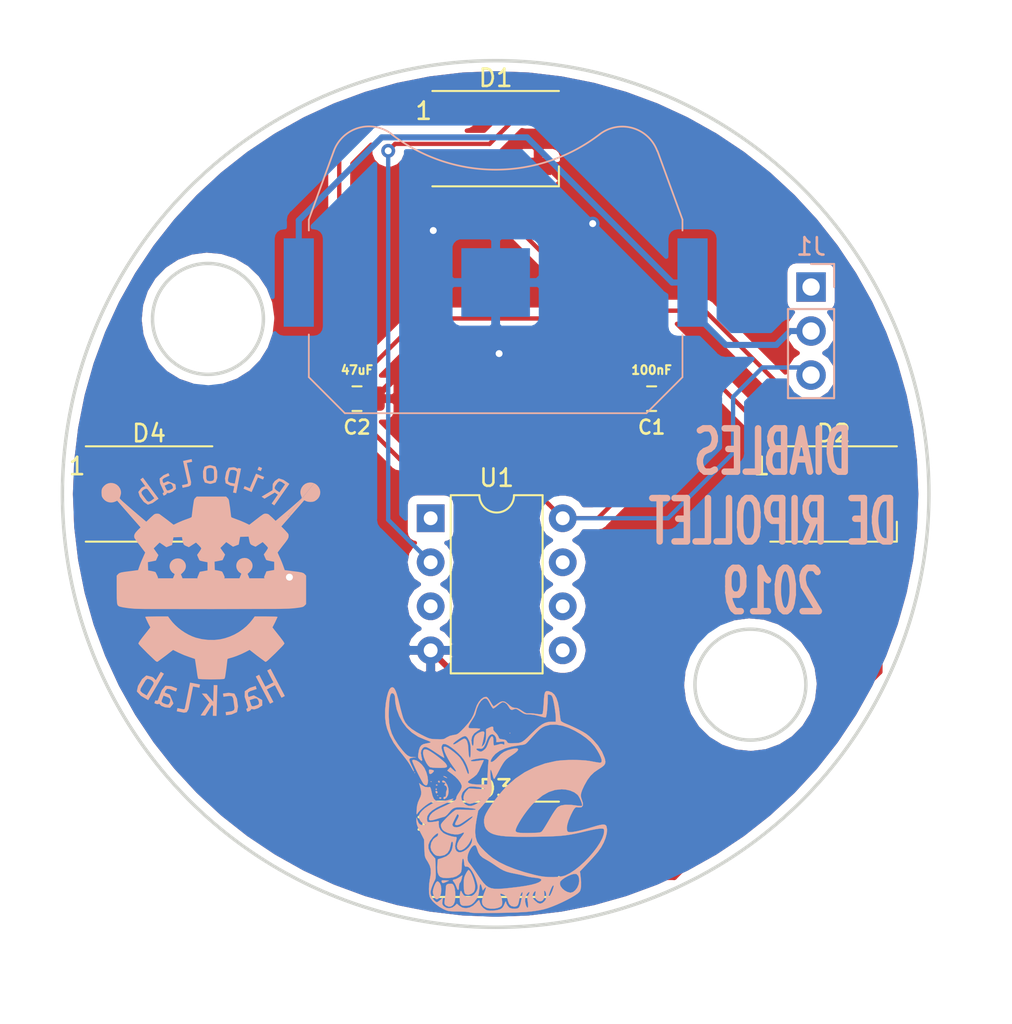
<source format=kicad_pcb>
(kicad_pcb (version 20171130) (host pcbnew 5.0.2+dfsg1-1)

  (general
    (thickness 1.6)
    (drawings 4)
    (tracks 96)
    (zones 0)
    (modules 11)
    (nets 15)
  )

  (page A4)
  (layers
    (0 F.Cu signal)
    (31 B.Cu signal)
    (32 B.Adhes user)
    (33 F.Adhes user)
    (34 B.Paste user)
    (35 F.Paste user)
    (36 B.SilkS user)
    (37 F.SilkS user)
    (38 B.Mask user)
    (39 F.Mask user)
    (40 Dwgs.User user)
    (41 Cmts.User user)
    (42 Eco1.User user)
    (43 Eco2.User user)
    (44 Edge.Cuts user)
    (45 Margin user)
    (46 B.CrtYd user)
    (47 F.CrtYd user)
    (48 B.Fab user)
    (49 F.Fab user)
  )

  (setup
    (last_trace_width 0.25)
    (trace_clearance 0.2)
    (zone_clearance 0.508)
    (zone_45_only no)
    (trace_min 0.2)
    (segment_width 0.01)
    (edge_width 0.2)
    (via_size 0.8)
    (via_drill 0.4)
    (via_min_size 0.4)
    (via_min_drill 0.3)
    (uvia_size 0.3)
    (uvia_drill 0.1)
    (uvias_allowed no)
    (uvia_min_size 0.2)
    (uvia_min_drill 0.1)
    (pcb_text_width 0.3)
    (pcb_text_size 1.5 1.5)
    (mod_edge_width 0.15)
    (mod_text_size 1 1)
    (mod_text_width 0.15)
    (pad_size 1.74 5.1)
    (pad_drill 0)
    (pad_to_mask_clearance 0.2)
    (solder_mask_min_width 0.25)
    (aux_axis_origin 73.914 145.288)
    (visible_elements FFFFFFFF)
    (pcbplotparams
      (layerselection 0x010fc_ffffffff)
      (usegerberextensions false)
      (usegerberattributes false)
      (usegerberadvancedattributes false)
      (creategerberjobfile false)
      (excludeedgelayer true)
      (linewidth 0.100000)
      (plotframeref false)
      (viasonmask false)
      (mode 1)
      (useauxorigin false)
      (hpglpennumber 1)
      (hpglpenspeed 20)
      (hpglpendiameter 15.000000)
      (psnegative false)
      (psa4output false)
      (plotreference true)
      (plotvalue true)
      (plotinvisibletext false)
      (padsonsilk false)
      (subtractmaskfromsilk false)
      (outputformat 1)
      (mirror false)
      (drillshape 0)
      (scaleselection 1)
      (outputdirectory "Gerber/"))
  )

  (net 0 "")
  (net 1 GND)
  (net 2 "Net-(D1-Pad2)")
  (net 3 "Net-(D2-Pad2)")
  (net 4 +3V3)
  (net 5 PB3)
  (net 6 "Net-(D3-Pad2)")
  (net 7 "Net-(C1-Pad1)")
  (net 8 "Net-(U1-Pad1)")
  (net 9 "Net-(U1-Pad5)")
  (net 10 "Net-(U1-Pad6)")
  (net 11 "Net-(U1-Pad3)")
  (net 12 "Net-(U1-Pad7)")
  (net 13 "Net-(D4-Pad2)")
  (net 14 "Net-(J1-Pad1)")

  (net_class Default "This is the default net class."
    (clearance 0.2)
    (trace_width 0.25)
    (via_dia 0.8)
    (via_drill 0.4)
    (uvia_dia 0.3)
    (uvia_drill 0.1)
    (add_net "Net-(C1-Pad1)")
    (add_net "Net-(D1-Pad2)")
    (add_net "Net-(D2-Pad2)")
    (add_net "Net-(D3-Pad2)")
    (add_net "Net-(D4-Pad2)")
    (add_net "Net-(J1-Pad1)")
    (add_net "Net-(U1-Pad1)")
    (add_net "Net-(U1-Pad3)")
    (add_net "Net-(U1-Pad5)")
    (add_net "Net-(U1-Pad6)")
    (add_net "Net-(U1-Pad7)")
    (add_net PB3)
  )

  (net_class power ""
    (clearance 0.2)
    (trace_width 0.35)
    (via_dia 0.8)
    (via_drill 0.4)
    (uvia_dia 0.3)
    (uvia_drill 0.1)
    (add_net +3V3)
    (add_net GND)
  )

  (module Connector_PinHeader_2.54mm:PinHeader_1x03_P2.54mm_Vertical (layer B.Cu) (tedit 59FED5CC) (tstamp 5D1F6EE6)
    (at 154.2 67.56 180)
    (descr "Through hole straight pin header, 1x03, 2.54mm pitch, single row")
    (tags "Through hole pin header THT 1x03 2.54mm single row")
    (path /5D1E41BB)
    (fp_text reference J1 (at 0 2.33 180) (layer B.SilkS)
      (effects (font (size 1 1) (thickness 0.15)) (justify mirror))
    )
    (fp_text value Conn_01x03 (at 0 -7.41 180) (layer B.Fab)
      (effects (font (size 1 1) (thickness 0.15)) (justify mirror))
    )
    (fp_line (start -0.635 1.27) (end 1.27 1.27) (layer B.Fab) (width 0.1))
    (fp_line (start 1.27 1.27) (end 1.27 -6.35) (layer B.Fab) (width 0.1))
    (fp_line (start 1.27 -6.35) (end -1.27 -6.35) (layer B.Fab) (width 0.1))
    (fp_line (start -1.27 -6.35) (end -1.27 0.635) (layer B.Fab) (width 0.1))
    (fp_line (start -1.27 0.635) (end -0.635 1.27) (layer B.Fab) (width 0.1))
    (fp_line (start -1.33 -6.41) (end 1.33 -6.41) (layer B.SilkS) (width 0.12))
    (fp_line (start -1.33 -1.27) (end -1.33 -6.41) (layer B.SilkS) (width 0.12))
    (fp_line (start 1.33 -1.27) (end 1.33 -6.41) (layer B.SilkS) (width 0.12))
    (fp_line (start -1.33 -1.27) (end 1.33 -1.27) (layer B.SilkS) (width 0.12))
    (fp_line (start -1.33 0) (end -1.33 1.33) (layer B.SilkS) (width 0.12))
    (fp_line (start -1.33 1.33) (end 0 1.33) (layer B.SilkS) (width 0.12))
    (fp_line (start -1.8 1.8) (end -1.8 -6.85) (layer B.CrtYd) (width 0.05))
    (fp_line (start -1.8 -6.85) (end 1.8 -6.85) (layer B.CrtYd) (width 0.05))
    (fp_line (start 1.8 -6.85) (end 1.8 1.8) (layer B.CrtYd) (width 0.05))
    (fp_line (start 1.8 1.8) (end -1.8 1.8) (layer B.CrtYd) (width 0.05))
    (fp_text user %R (at 0 -2.54 90) (layer B.Fab)
      (effects (font (size 1 1) (thickness 0.15)) (justify mirror))
    )
    (pad 1 thru_hole rect (at 0 0 180) (size 1.7 1.7) (drill 1) (layers *.Cu *.Mask)
      (net 14 "Net-(J1-Pad1)"))
    (pad 2 thru_hole oval (at 0 -2.54 180) (size 1.7 1.7) (drill 1) (layers *.Cu *.Mask)
      (net 4 +3V3))
    (pad 3 thru_hole oval (at 0 -5.08 180) (size 1.7 1.7) (drill 1) (layers *.Cu *.Mask)
      (net 7 "Net-(C1-Pad1)"))
    (model ${KISYS3DMOD}/Connector_PinHeader_2.54mm.3dshapes/PinHeader_1x03_P2.54mm_Vertical.wrl
      (at (xyz 0 0 0))
      (scale (xyz 1 1 1))
      (rotate (xyz 0 0 0))
    )
  )

  (module LED_SMD:LED_WS2812B_PLCC4_5.0x5.0mm_P3.2mm (layer F.Cu) (tedit 5AA4B285) (tstamp 5D1F6ED0)
    (at 116 79.5)
    (descr https://cdn-shop.adafruit.com/datasheets/WS2812B.pdf)
    (tags "LED RGB NeoPixel")
    (path /5D1E1314)
    (attr smd)
    (fp_text reference D4 (at 0 -3.5) (layer F.SilkS)
      (effects (font (size 1 1) (thickness 0.15)))
    )
    (fp_text value WS2812B (at 0 4) (layer F.Fab)
      (effects (font (size 1 1) (thickness 0.15)))
    )
    (fp_circle (center 0 0) (end 0 -2) (layer F.Fab) (width 0.1))
    (fp_line (start 3.65 2.75) (end 3.65 1.6) (layer F.SilkS) (width 0.12))
    (fp_line (start -3.65 2.75) (end 3.65 2.75) (layer F.SilkS) (width 0.12))
    (fp_line (start -3.65 -2.75) (end 3.65 -2.75) (layer F.SilkS) (width 0.12))
    (fp_line (start 2.5 -2.5) (end -2.5 -2.5) (layer F.Fab) (width 0.1))
    (fp_line (start 2.5 2.5) (end 2.5 -2.5) (layer F.Fab) (width 0.1))
    (fp_line (start -2.5 2.5) (end 2.5 2.5) (layer F.Fab) (width 0.1))
    (fp_line (start -2.5 -2.5) (end -2.5 2.5) (layer F.Fab) (width 0.1))
    (fp_line (start 2.5 1.5) (end 1.5 2.5) (layer F.Fab) (width 0.1))
    (fp_line (start -3.45 -2.75) (end -3.45 2.75) (layer F.CrtYd) (width 0.05))
    (fp_line (start -3.45 2.75) (end 3.45 2.75) (layer F.CrtYd) (width 0.05))
    (fp_line (start 3.45 2.75) (end 3.45 -2.75) (layer F.CrtYd) (width 0.05))
    (fp_line (start 3.45 -2.75) (end -3.45 -2.75) (layer F.CrtYd) (width 0.05))
    (fp_text user %R (at 0 0) (layer F.Fab)
      (effects (font (size 0.8 0.8) (thickness 0.15)))
    )
    (fp_text user 1 (at -4.15 -1.6) (layer F.SilkS)
      (effects (font (size 1 1) (thickness 0.15)))
    )
    (pad 1 smd rect (at -2.45 -1.6) (size 1.5 1) (layers F.Cu F.Paste F.Mask)
      (net 7 "Net-(C1-Pad1)"))
    (pad 2 smd rect (at -2.45 1.6) (size 1.5 1) (layers F.Cu F.Paste F.Mask)
      (net 13 "Net-(D4-Pad2)"))
    (pad 4 smd rect (at 2.45 -1.6) (size 1.5 1) (layers F.Cu F.Paste F.Mask)
      (net 6 "Net-(D3-Pad2)"))
    (pad 3 smd rect (at 2.45 1.6) (size 1.5 1) (layers F.Cu F.Paste F.Mask)
      (net 1 GND))
    (model ${KISYS3DMOD}/LED_SMD.3dshapes/LED_WS2812B_PLCC4_5.0x5.0mm_P3.2mm.wrl
      (at (xyz 0 0 0))
      (scale (xyz 1 1 1))
      (rotate (xyz 0 0 0))
    )
    (model ${KIPRJMOD}/shapes3D/WS2812_RGB_LED_updated.stp
      (at (xyz 0 0 0))
      (scale (xyz 1 1 1))
      (rotate (xyz 0 0 90))
    )
  )

  (module LED_SMD:LED_WS2812B_PLCC4_5.0x5.0mm_P3.2mm (layer F.Cu) (tedit 5AA4B285) (tstamp 5D1F6EBA)
    (at 136 100)
    (descr https://cdn-shop.adafruit.com/datasheets/WS2812B.pdf)
    (tags "LED RGB NeoPixel")
    (path /5CA4AF3C)
    (attr smd)
    (fp_text reference D3 (at 0 -3.5) (layer F.SilkS)
      (effects (font (size 1 1) (thickness 0.15)))
    )
    (fp_text value WS2812B (at 0 4) (layer F.Fab)
      (effects (font (size 1 1) (thickness 0.15)))
    )
    (fp_text user 1 (at -4.15 -1.6) (layer F.SilkS)
      (effects (font (size 1 1) (thickness 0.15)))
    )
    (fp_text user %R (at 0 0) (layer F.Fab)
      (effects (font (size 0.8 0.8) (thickness 0.15)))
    )
    (fp_line (start 3.45 -2.75) (end -3.45 -2.75) (layer F.CrtYd) (width 0.05))
    (fp_line (start 3.45 2.75) (end 3.45 -2.75) (layer F.CrtYd) (width 0.05))
    (fp_line (start -3.45 2.75) (end 3.45 2.75) (layer F.CrtYd) (width 0.05))
    (fp_line (start -3.45 -2.75) (end -3.45 2.75) (layer F.CrtYd) (width 0.05))
    (fp_line (start 2.5 1.5) (end 1.5 2.5) (layer F.Fab) (width 0.1))
    (fp_line (start -2.5 -2.5) (end -2.5 2.5) (layer F.Fab) (width 0.1))
    (fp_line (start -2.5 2.5) (end 2.5 2.5) (layer F.Fab) (width 0.1))
    (fp_line (start 2.5 2.5) (end 2.5 -2.5) (layer F.Fab) (width 0.1))
    (fp_line (start 2.5 -2.5) (end -2.5 -2.5) (layer F.Fab) (width 0.1))
    (fp_line (start -3.65 -2.75) (end 3.65 -2.75) (layer F.SilkS) (width 0.12))
    (fp_line (start -3.65 2.75) (end 3.65 2.75) (layer F.SilkS) (width 0.12))
    (fp_line (start 3.65 2.75) (end 3.65 1.6) (layer F.SilkS) (width 0.12))
    (fp_circle (center 0 0) (end 0 -2) (layer F.Fab) (width 0.1))
    (pad 3 smd rect (at 2.45 1.6) (size 1.5 1) (layers F.Cu F.Paste F.Mask)
      (net 1 GND))
    (pad 4 smd rect (at 2.45 -1.6) (size 1.5 1) (layers F.Cu F.Paste F.Mask)
      (net 3 "Net-(D2-Pad2)"))
    (pad 2 smd rect (at -2.45 1.6) (size 1.5 1) (layers F.Cu F.Paste F.Mask)
      (net 6 "Net-(D3-Pad2)"))
    (pad 1 smd rect (at -2.45 -1.6) (size 1.5 1) (layers F.Cu F.Paste F.Mask)
      (net 7 "Net-(C1-Pad1)"))
    (model ${KISYS3DMOD}/LED_SMD.3dshapes/LED_WS2812B_PLCC4_5.0x5.0mm_P3.2mm.wrl
      (at (xyz 0 0 0))
      (scale (xyz 1 1 1))
      (rotate (xyz 0 0 0))
    )
    (model ${KIPRJMOD}/shapes3D/WS2812_RGB_LED_updated.stp
      (at (xyz 0 0 0))
      (scale (xyz 1 1 1))
      (rotate (xyz 0 0 90))
    )
  )

  (module LED_SMD:LED_WS2812B_PLCC4_5.0x5.0mm_P3.2mm (layer F.Cu) (tedit 5AA4B285) (tstamp 5D1F6EA4)
    (at 155.5 79.5)
    (descr https://cdn-shop.adafruit.com/datasheets/WS2812B.pdf)
    (tags "LED RGB NeoPixel")
    (path /5B3E4294)
    (attr smd)
    (fp_text reference D2 (at 0 -3.5) (layer F.SilkS)
      (effects (font (size 1 1) (thickness 0.15)))
    )
    (fp_text value WS2812B (at 0 4) (layer F.Fab)
      (effects (font (size 1 1) (thickness 0.15)))
    )
    (fp_circle (center 0 0) (end 0 -2) (layer F.Fab) (width 0.1))
    (fp_line (start 3.65 2.75) (end 3.65 1.6) (layer F.SilkS) (width 0.12))
    (fp_line (start -3.65 2.75) (end 3.65 2.75) (layer F.SilkS) (width 0.12))
    (fp_line (start -3.65 -2.75) (end 3.65 -2.75) (layer F.SilkS) (width 0.12))
    (fp_line (start 2.5 -2.5) (end -2.5 -2.5) (layer F.Fab) (width 0.1))
    (fp_line (start 2.5 2.5) (end 2.5 -2.5) (layer F.Fab) (width 0.1))
    (fp_line (start -2.5 2.5) (end 2.5 2.5) (layer F.Fab) (width 0.1))
    (fp_line (start -2.5 -2.5) (end -2.5 2.5) (layer F.Fab) (width 0.1))
    (fp_line (start 2.5 1.5) (end 1.5 2.5) (layer F.Fab) (width 0.1))
    (fp_line (start -3.45 -2.75) (end -3.45 2.75) (layer F.CrtYd) (width 0.05))
    (fp_line (start -3.45 2.75) (end 3.45 2.75) (layer F.CrtYd) (width 0.05))
    (fp_line (start 3.45 2.75) (end 3.45 -2.75) (layer F.CrtYd) (width 0.05))
    (fp_line (start 3.45 -2.75) (end -3.45 -2.75) (layer F.CrtYd) (width 0.05))
    (fp_text user %R (at 0 0) (layer F.Fab)
      (effects (font (size 0.8 0.8) (thickness 0.15)))
    )
    (fp_text user 1 (at -4.15 -1.6) (layer F.SilkS)
      (effects (font (size 1 1) (thickness 0.15)))
    )
    (pad 1 smd rect (at -2.45 -1.6) (size 1.5 1) (layers F.Cu F.Paste F.Mask)
      (net 7 "Net-(C1-Pad1)"))
    (pad 2 smd rect (at -2.45 1.6) (size 1.5 1) (layers F.Cu F.Paste F.Mask)
      (net 3 "Net-(D2-Pad2)"))
    (pad 4 smd rect (at 2.45 -1.6) (size 1.5 1) (layers F.Cu F.Paste F.Mask)
      (net 2 "Net-(D1-Pad2)"))
    (pad 3 smd rect (at 2.45 1.6) (size 1.5 1) (layers F.Cu F.Paste F.Mask)
      (net 1 GND))
    (model ${KISYS3DMOD}/LED_SMD.3dshapes/LED_WS2812B_PLCC4_5.0x5.0mm_P3.2mm.wrl
      (at (xyz 0 0 0))
      (scale (xyz 1 1 1))
      (rotate (xyz 0 0 0))
    )
    (model ${KIPRJMOD}/shapes3D/WS2812_RGB_LED_updated.stp
      (at (xyz 0 0 0))
      (scale (xyz 1 1 1))
      (rotate (xyz 0 0 90))
    )
  )

  (module LED_SMD:LED_WS2812B_PLCC4_5.0x5.0mm_P3.2mm (layer F.Cu) (tedit 5AA4B285) (tstamp 5D1F6E8E)
    (at 136 59)
    (descr https://cdn-shop.adafruit.com/datasheets/WS2812B.pdf)
    (tags "LED RGB NeoPixel")
    (path /5B3E4218)
    (attr smd)
    (fp_text reference D1 (at 0 -3.5) (layer F.SilkS)
      (effects (font (size 1 1) (thickness 0.15)))
    )
    (fp_text value WS2812B (at 0 4) (layer F.Fab)
      (effects (font (size 1 1) (thickness 0.15)))
    )
    (fp_text user 1 (at -4.15 -1.6) (layer F.SilkS)
      (effects (font (size 1 1) (thickness 0.15)))
    )
    (fp_text user %R (at 0 0) (layer F.Fab)
      (effects (font (size 0.8 0.8) (thickness 0.15)))
    )
    (fp_line (start 3.45 -2.75) (end -3.45 -2.75) (layer F.CrtYd) (width 0.05))
    (fp_line (start 3.45 2.75) (end 3.45 -2.75) (layer F.CrtYd) (width 0.05))
    (fp_line (start -3.45 2.75) (end 3.45 2.75) (layer F.CrtYd) (width 0.05))
    (fp_line (start -3.45 -2.75) (end -3.45 2.75) (layer F.CrtYd) (width 0.05))
    (fp_line (start 2.5 1.5) (end 1.5 2.5) (layer F.Fab) (width 0.1))
    (fp_line (start -2.5 -2.5) (end -2.5 2.5) (layer F.Fab) (width 0.1))
    (fp_line (start -2.5 2.5) (end 2.5 2.5) (layer F.Fab) (width 0.1))
    (fp_line (start 2.5 2.5) (end 2.5 -2.5) (layer F.Fab) (width 0.1))
    (fp_line (start 2.5 -2.5) (end -2.5 -2.5) (layer F.Fab) (width 0.1))
    (fp_line (start -3.65 -2.75) (end 3.65 -2.75) (layer F.SilkS) (width 0.12))
    (fp_line (start -3.65 2.75) (end 3.65 2.75) (layer F.SilkS) (width 0.12))
    (fp_line (start 3.65 2.75) (end 3.65 1.6) (layer F.SilkS) (width 0.12))
    (fp_circle (center 0 0) (end 0 -2) (layer F.Fab) (width 0.1))
    (pad 3 smd rect (at 2.45 1.6) (size 1.5 1) (layers F.Cu F.Paste F.Mask)
      (net 1 GND))
    (pad 4 smd rect (at 2.45 -1.6) (size 1.5 1) (layers F.Cu F.Paste F.Mask)
      (net 5 PB3))
    (pad 2 smd rect (at -2.45 1.6) (size 1.5 1) (layers F.Cu F.Paste F.Mask)
      (net 2 "Net-(D1-Pad2)"))
    (pad 1 smd rect (at -2.45 -1.6) (size 1.5 1) (layers F.Cu F.Paste F.Mask)
      (net 7 "Net-(C1-Pad1)"))
    (model ${KISYS3DMOD}/LED_SMD.3dshapes/LED_WS2812B_PLCC4_5.0x5.0mm_P3.2mm.wrl
      (at (xyz 0 0 0))
      (scale (xyz 1 1 1))
      (rotate (xyz 0 0 0))
    )
    (model ${KIPRJMOD}/shapes3D/WS2812_RGB_LED_updated.stp
      (at (xyz 0 0 0))
      (scale (xyz 1 1 1))
      (rotate (xyz 0 0 90))
    )
  )

  (module Package_DIP:DIP-8_W7.62mm (layer F.Cu) (tedit 5A02E8C5) (tstamp 5D1FB66A)
    (at 132.25 80.9)
    (descr "8-lead though-hole mounted DIP package, row spacing 7.62 mm (300 mils)")
    (tags "THT DIP DIL PDIP 2.54mm 7.62mm 300mil")
    (path /5B3E6F60)
    (fp_text reference U1 (at 3.81 -2.33) (layer F.SilkS)
      (effects (font (size 1 1) (thickness 0.15)))
    )
    (fp_text value ATTINY85-20PU (at 3.81 9.95) (layer F.Fab)
      (effects (font (size 1 1) (thickness 0.15)))
    )
    (fp_arc (start 3.81 -1.33) (end 2.81 -1.33) (angle -180) (layer F.SilkS) (width 0.12))
    (fp_line (start 1.635 -1.27) (end 6.985 -1.27) (layer F.Fab) (width 0.1))
    (fp_line (start 6.985 -1.27) (end 6.985 8.89) (layer F.Fab) (width 0.1))
    (fp_line (start 6.985 8.89) (end 0.635 8.89) (layer F.Fab) (width 0.1))
    (fp_line (start 0.635 8.89) (end 0.635 -0.27) (layer F.Fab) (width 0.1))
    (fp_line (start 0.635 -0.27) (end 1.635 -1.27) (layer F.Fab) (width 0.1))
    (fp_line (start 2.81 -1.33) (end 1.16 -1.33) (layer F.SilkS) (width 0.12))
    (fp_line (start 1.16 -1.33) (end 1.16 8.95) (layer F.SilkS) (width 0.12))
    (fp_line (start 1.16 8.95) (end 6.46 8.95) (layer F.SilkS) (width 0.12))
    (fp_line (start 6.46 8.95) (end 6.46 -1.33) (layer F.SilkS) (width 0.12))
    (fp_line (start 6.46 -1.33) (end 4.81 -1.33) (layer F.SilkS) (width 0.12))
    (fp_line (start -1.1 -1.55) (end -1.1 9.15) (layer F.CrtYd) (width 0.05))
    (fp_line (start -1.1 9.15) (end 8.7 9.15) (layer F.CrtYd) (width 0.05))
    (fp_line (start 8.7 9.15) (end 8.7 -1.55) (layer F.CrtYd) (width 0.05))
    (fp_line (start 8.7 -1.55) (end -1.1 -1.55) (layer F.CrtYd) (width 0.05))
    (fp_text user %R (at 3.81 3.81) (layer F.Fab)
      (effects (font (size 1 1) (thickness 0.15)))
    )
    (pad 1 thru_hole rect (at 0 0) (size 1.6 1.6) (drill 0.8) (layers *.Cu *.Mask)
      (net 8 "Net-(U1-Pad1)"))
    (pad 5 thru_hole oval (at 7.62 7.62) (size 1.6 1.6) (drill 0.8) (layers *.Cu *.Mask)
      (net 9 "Net-(U1-Pad5)"))
    (pad 2 thru_hole oval (at 0 2.54) (size 1.6 1.6) (drill 0.8) (layers *.Cu *.Mask)
      (net 5 PB3))
    (pad 6 thru_hole oval (at 7.62 5.08) (size 1.6 1.6) (drill 0.8) (layers *.Cu *.Mask)
      (net 10 "Net-(U1-Pad6)"))
    (pad 3 thru_hole oval (at 0 5.08) (size 1.6 1.6) (drill 0.8) (layers *.Cu *.Mask)
      (net 11 "Net-(U1-Pad3)"))
    (pad 7 thru_hole oval (at 7.62 2.54) (size 1.6 1.6) (drill 0.8) (layers *.Cu *.Mask)
      (net 12 "Net-(U1-Pad7)"))
    (pad 4 thru_hole oval (at 0 7.62) (size 1.6 1.6) (drill 0.8) (layers *.Cu *.Mask)
      (net 1 GND))
    (pad 8 thru_hole oval (at 7.62 0) (size 1.6 1.6) (drill 0.8) (layers *.Cu *.Mask)
      (net 7 "Net-(C1-Pad1)"))
    (model ${KISYS3DMOD}/Package_DIP.3dshapes/DIP-8_W7.62mm.wrl
      (at (xyz 0 0 0))
      (scale (xyz 1 1 1))
      (rotate (xyz 0 0 0))
    )
  )

  (module Battery:BatteryHolder_Keystone_3034_1x20mm_MODIFICADA (layer B.Cu) (tedit 5D1E2B50) (tstamp 5D1FB6D2)
    (at 136 67.3)
    (descr "Keystone 3034 SMD battery holder for 2020, 2025 and 2032 coincell batteries. http://www.keyelco.com/product-pdf.cfm?p=798")
    (tags "Keystone type 3034 coin cell retainer")
    (path /5B62B32E)
    (attr smd)
    (fp_text reference BT1 (at 0 11.5) (layer B.SilkS) hide
      (effects (font (size 1 1) (thickness 0.15)) (justify mirror))
    )
    (fp_text value Battery_Cell (at 0 -11.5) (layer B.Fab)
      (effects (font (size 1 1) (thickness 0.15)) (justify mirror))
    )
    (fp_text user %R (at 0 2.9) (layer B.Fab)
      (effects (font (size 1 1) (thickness 0.15)) (justify mirror))
    )
    (fp_circle (center 0 0) (end 0 -10.25) (layer Dwgs.User) (width 0.15))
    (fp_arc (start 0 -16.36) (end 6 -8.55) (angle 75.1) (layer B.SilkS) (width 0.1))
    (fp_arc (start -7.31 -6.85) (end -9.34 -7.58) (angle 107.5) (layer B.SilkS) (width 0.1))
    (fp_line (start -10.78 -3.63) (end -9.34 -7.58) (layer B.SilkS) (width 0.1))
    (fp_line (start -8.7 7.54) (end -10.78 5.46) (layer B.SilkS) (width 0.1))
    (fp_line (start 8.7 7.54) (end -8.7 7.54) (layer B.SilkS) (width 0.1))
    (fp_line (start 8.7 7.54) (end 10.78 5.46) (layer B.SilkS) (width 0.1))
    (fp_line (start 10.78 -3.63) (end 9.34 -7.58) (layer B.SilkS) (width 0.1))
    (fp_arc (start 7.31 -6.85) (end 6 -8.55) (angle 107.5) (layer B.SilkS) (width 0.1))
    (fp_line (start -10.78 5.46) (end -10.78 3) (layer B.SilkS) (width 0.1))
    (fp_line (start -10.78 -3) (end -10.78 -3.63) (layer B.SilkS) (width 0.1))
    (fp_line (start 10.78 5.46) (end 10.78 3) (layer B.SilkS) (width 0.1))
    (fp_line (start 10.78 -3) (end 10.78 -3.63) (layer B.SilkS) (width 0.1))
    (fp_line (start -9.19 -7.53) (end -10.63 -3.6) (layer B.Fab) (width 0.1))
    (fp_line (start -10.63 -3.6) (end -10.63 5.4) (layer B.Fab) (width 0.1))
    (fp_line (start -10.63 5.4) (end -8.64 7.39) (layer B.Fab) (width 0.1))
    (fp_line (start -8.64 7.39) (end 8.64 7.39) (layer B.Fab) (width 0.1))
    (fp_line (start 8.64 7.39) (end 10.63 5.4) (layer B.Fab) (width 0.1))
    (fp_line (start 10.63 5.4) (end 10.63 -3.6) (layer B.Fab) (width 0.1))
    (fp_line (start 10.63 -3.6) (end 9.19 -7.53) (layer B.Fab) (width 0.1))
    (fp_arc (start 7.31 -6.85) (end 6.1 -8.43) (angle 107.5) (layer B.Fab) (width 0.1))
    (fp_arc (start 0 -16.36) (end 6.1 -8.43) (angle 75.1) (layer B.Fab) (width 0.1))
    (fp_arc (start -7.31 -6.85) (end -9.19 -7.53) (angle 107.5) (layer B.Fab) (width 0.1))
    (fp_line (start 11.87 2.79) (end 10.88 2.79) (layer B.CrtYd) (width 0.05))
    (fp_line (start 10.88 2.79) (end 10.88 5.5) (layer B.CrtYd) (width 0.05))
    (fp_line (start 10.88 5.5) (end 8.74 7.64) (layer B.CrtYd) (width 0.05))
    (fp_line (start 8.74 7.64) (end 7.2 7.64) (layer B.CrtYd) (width 0.05))
    (fp_arc (start 0 0) (end 7.2 7.64) (angle 86.6) (layer B.CrtYd) (width 0.05))
    (fp_line (start -7.2 7.64) (end -8.74 7.64) (layer B.CrtYd) (width 0.05))
    (fp_line (start -8.74 7.64) (end -10.88 5.5) (layer B.CrtYd) (width 0.05))
    (fp_line (start -10.88 5.5) (end -10.88 2.79) (layer B.CrtYd) (width 0.05))
    (fp_line (start -10.88 2.79) (end -11.87 2.79) (layer B.CrtYd) (width 0.05))
    (fp_line (start -11.87 2.79) (end -11.87 -2.79) (layer B.CrtYd) (width 0.05))
    (fp_line (start -11.87 -2.79) (end -10.88 -2.79) (layer B.CrtYd) (width 0.05))
    (fp_line (start -10.88 -2.79) (end -10.88 -3.64) (layer B.CrtYd) (width 0.05))
    (fp_line (start -10.88 -3.64) (end -9.44 -7.62) (layer B.CrtYd) (width 0.05))
    (fp_arc (start -7.31 -6.85) (end -9.43 -7.62) (angle 106.9) (layer B.CrtYd) (width 0.05))
    (fp_arc (start 0 0) (end -5.96 -8.64) (angle 69.1) (layer B.CrtYd) (width 0.05))
    (fp_arc (start 7.31 -6.85) (end 5.96 -8.64) (angle 106.9) (layer B.CrtYd) (width 0.05))
    (fp_line (start 9.43 -7.63) (end 10.88 -3.64) (layer B.CrtYd) (width 0.05))
    (fp_line (start 10.88 -3.64) (end 10.88 -2.79) (layer B.CrtYd) (width 0.05))
    (fp_line (start 10.88 -2.79) (end 11.87 -2.79) (layer B.CrtYd) (width 0.05))
    (fp_line (start 11.87 -2.79) (end 11.87 2.79) (layer B.CrtYd) (width 0.05))
    (pad 2 smd rect (at 0 0) (size 3.96 3.96) (layers B.Cu B.Paste B.Mask)
      (net 1 GND))
    (pad 1 smd rect (at 11.36 0) (size 1.74 5.1) (layers B.Cu B.Paste B.Mask)
      (net 4 +3V3))
    (pad 1 smd rect (at -11.36 0) (size 1.74 5.1) (layers B.Cu B.Paste B.Mask)
      (net 4 +3V3))
    (model ${KISYS3DMOD}/Battery.3dshapes/BatteryHolder_Keystone_3034_1x20mm.wrl
      (at (xyz 0 0 0))
      (scale (xyz 1 1 1))
      (rotate (xyz 0 0 0))
    )
    (model ${KIPRJMOD}/shapes3D/CR2032_closed_battery_BH.step
      (offset (xyz 0 0 3.5))
      (scale (xyz 1 1 1))
      (rotate (xyz 0 0 0))
    )
  )

  (module Capacitor_SMD:C_0805_2012Metric_Pad1.15x1.40mm_HandSolder (layer F.Cu) (tedit 5D1A4D04) (tstamp 5D1FB851)
    (at 128 74 180)
    (descr "Capacitor SMD 0805 (2012 Metric), square (rectangular) end terminal, IPC_7351 nominal with elongated pad for handsoldering. (Body size source: https://docs.google.com/spreadsheets/d/1BsfQQcO9C6DZCsRaXUlFlo91Tg2WpOkGARC1WS5S8t0/edit?usp=sharing), generated with kicad-footprint-generator")
    (tags "capacitor handsolder")
    (path /5CEFD0A5)
    (attr smd)
    (fp_text reference C2 (at 0 -1.65 180) (layer F.SilkS)
      (effects (font (size 0.8 0.8) (thickness 0.15)))
    )
    (fp_text value 47uF (at 0 1.65 180) (layer F.SilkS)
      (effects (font (size 0.5 0.5) (thickness 0.125)))
    )
    (fp_text user %R (at 0 0 180) (layer F.Fab)
      (effects (font (size 0.5 0.5) (thickness 0.08)))
    )
    (fp_line (start 1.85 0.95) (end -1.85 0.95) (layer F.CrtYd) (width 0.05))
    (fp_line (start 1.85 -0.95) (end 1.85 0.95) (layer F.CrtYd) (width 0.05))
    (fp_line (start -1.85 -0.95) (end 1.85 -0.95) (layer F.CrtYd) (width 0.05))
    (fp_line (start -1.85 0.95) (end -1.85 -0.95) (layer F.CrtYd) (width 0.05))
    (fp_line (start -0.261252 0.71) (end 0.261252 0.71) (layer F.SilkS) (width 0.12))
    (fp_line (start -0.261252 -0.71) (end 0.261252 -0.71) (layer F.SilkS) (width 0.12))
    (fp_line (start 1 0.6) (end -1 0.6) (layer F.Fab) (width 0.1))
    (fp_line (start 1 -0.6) (end 1 0.6) (layer F.Fab) (width 0.1))
    (fp_line (start -1 -0.6) (end 1 -0.6) (layer F.Fab) (width 0.1))
    (fp_line (start -1 0.6) (end -1 -0.6) (layer F.Fab) (width 0.1))
    (pad 2 smd roundrect (at 1.025 0 180) (size 1.15 1.4) (layers F.Cu F.Paste F.Mask) (roundrect_rratio 0.217391)
      (net 7 "Net-(C1-Pad1)"))
    (pad 1 smd roundrect (at -1.025 0 180) (size 1.15 1.4) (layers F.Cu F.Paste F.Mask) (roundrect_rratio 0.217391)
      (net 1 GND))
    (model ${KISYS3DMOD}/Capacitor_SMD.3dshapes/C_0805_2012Metric.wrl
      (at (xyz 0 0 0))
      (scale (xyz 1 1 1))
      (rotate (xyz 0 0 0))
    )
  )

  (module Capacitor_SMD:C_0805_2012Metric_Pad1.15x1.40mm_HandSolder (layer F.Cu) (tedit 5D1A4D34) (tstamp 5D307C93)
    (at 145 74 180)
    (descr "Capacitor SMD 0805 (2012 Metric), square (rectangular) end terminal, IPC_7351 nominal with elongated pad for handsoldering. (Body size source: https://docs.google.com/spreadsheets/d/1BsfQQcO9C6DZCsRaXUlFlo91Tg2WpOkGARC1WS5S8t0/edit?usp=sharing), generated with kicad-footprint-generator")
    (tags "capacitor handsolder")
    (path /5CD3BFC7)
    (attr smd)
    (fp_text reference C1 (at 0 -1.65 180) (layer F.SilkS)
      (effects (font (size 0.8 0.8) (thickness 0.15)))
    )
    (fp_text value 100nF (at 0 1.65 180) (layer F.SilkS)
      (effects (font (size 0.5 0.5) (thickness 0.125)))
    )
    (fp_line (start -1 0.6) (end -1 -0.6) (layer F.Fab) (width 0.1))
    (fp_line (start -1 -0.6) (end 1 -0.6) (layer F.Fab) (width 0.1))
    (fp_line (start 1 -0.6) (end 1 0.6) (layer F.Fab) (width 0.1))
    (fp_line (start 1 0.6) (end -1 0.6) (layer F.Fab) (width 0.1))
    (fp_line (start -0.261252 -0.71) (end 0.261252 -0.71) (layer F.SilkS) (width 0.12))
    (fp_line (start -0.261252 0.71) (end 0.261252 0.71) (layer F.SilkS) (width 0.12))
    (fp_line (start -1.85 0.95) (end -1.85 -0.95) (layer F.CrtYd) (width 0.05))
    (fp_line (start -1.85 -0.95) (end 1.85 -0.95) (layer F.CrtYd) (width 0.05))
    (fp_line (start 1.85 -0.95) (end 1.85 0.95) (layer F.CrtYd) (width 0.05))
    (fp_line (start 1.85 0.95) (end -1.85 0.95) (layer F.CrtYd) (width 0.05))
    (fp_text user %R (at 0 0 180) (layer F.Fab)
      (effects (font (size 0.5 0.5) (thickness 0.08)))
    )
    (pad 1 smd roundrect (at -1.025 0 180) (size 1.15 1.4) (layers F.Cu F.Paste F.Mask) (roundrect_rratio 0.217391)
      (net 7 "Net-(C1-Pad1)"))
    (pad 2 smd roundrect (at 1.025 0 180) (size 1.15 1.4) (layers F.Cu F.Paste F.Mask) (roundrect_rratio 0.217391)
      (net 1 GND))
    (model ${KISYS3DMOD}/Capacitor_SMD.3dshapes/C_0805_2012Metric.wrl
      (at (xyz 0 0 0))
      (scale (xyz 1 1 1))
      (rotate (xyz 0 0 0))
    )
  )

  (module PollFoll:logo_ripolab_12x14mm (layer B.Cu) (tedit 5ABCB9F3) (tstamp 5D1FCD84)
    (at 119.6 85.4 180)
    (descr "Imported from logo_ripolab_12x14mm.svg")
    (tags svg2mod)
    (attr smd)
    (fp_text reference svg2mod (at 0 -9.0805 180) (layer B.SilkS) hide
      (effects (font (size 1.524 1.524) (thickness 0.3048)) (justify mirror))
    )
    (fp_text value G*** (at -0.3175 9.017 180) (layer B.SilkS) hide
      (effects (font (size 1.524 1.524) (thickness 0.3048)) (justify mirror))
    )
    (fp_poly (pts (xy -5.692982 6.564009) (xy -5.808623 6.554376) (xy -5.921304 6.521142) (xy -3.109057 2.974173)
      (xy -2.956355 3.123156) (xy -2.751084 2.989586) (xy -2.545813 2.856046) (xy -2.392986 2.920769)
      (xy -2.295544 2.968844) (xy -2.237306 3.031671) (xy -2.199081 3.144078) (xy -2.16168 3.340926)
      (xy -2.144533 3.439967) (xy -2.14454 3.440088) (xy -1.900592 3.432562) (xy -1.656582 3.425036)
      (xy -1.616717 3.203864) (xy -1.576789 2.982752) (xy -1.411759 2.918993) (xy -1.246728 2.855293)
      (xy -1.051282 2.988351) (xy -0.855899 3.12147) (xy -0.686989 2.953582) (xy -0.518078 2.785603)
      (xy -0.65407 2.593722) (xy -0.790125 2.401781) (xy -0.720596 2.246687) (xy -0.646185 2.083916)
      (xy -0.4115 2.034576) (xy -0.181759 1.993033) (xy -0.18933 1.754882) (xy -0.196901 1.516702)
      (xy -0.395976 1.482113) (xy -0.545096 1.448577) (xy -0.624152 1.416607) (xy -0.712394 1.237972)
      (xy -0.771472 1.090313) (xy -0.734924 1.036156) (xy -1.613585 1.036156) (xy -1.724482 1.297487)
      (xy -1.663901 1.347248) (xy -1.584547 1.397943) (xy -1.498307 1.512186) (xy -1.457752 1.598584)
      (xy -1.435746 1.687871) (xy -1.43167 1.777611) (xy -1.444901 1.865303) (xy -1.474815 1.948479)
      (xy -1.520794 2.024732) (xy -1.582214 2.091562) (xy -1.658454 2.146501) (xy -1.779938 2.194878)
      (xy -1.912233 2.211736) (xy -2.040378 2.196684) (xy -2.149415 2.149903) (xy -2.241845 2.074313)
      (xy -2.310403 1.987975) (xy -2.354866 1.89369) (xy -2.375012 1.794348) (xy -2.370619 1.692748)
      (xy -2.341467 1.59175) (xy -2.287331 1.494184) (xy -2.207991 1.40294) (xy -2.088145 1.289359)
      (xy -2.127885 1.193779) (xy -2.192721 1.036217) (xy -3.07013 1.036217) (xy -3.030077 1.094076)
      (xy -3.101547 1.266028) (xy -3.173078 1.438071) (xy -3.396561 1.477416) (xy -3.620107 1.516762)
      (xy -3.620107 1.751932) (xy -3.620107 1.987102) (xy -3.399378 2.029398) (xy -3.237449 2.066034)
      (xy -3.158059 2.094633) (xy -3.078579 2.264508) (xy -3.019752 2.411263) (xy -3.140786 2.581891)
      (xy -3.226267 2.713053) (xy -3.261821 2.788884) (xy -3.216945 2.858303) (xy -3.109057 2.974173)
      (xy -5.921304 6.521142) (xy -6.02709 6.463854) (xy -6.122048 6.381972) (xy -6.206877 6.268361)
      (xy -6.259912 6.14629) (xy -6.281964 6.020156) (xy -6.273842 5.894382) (xy -6.236358 5.773335)
      (xy -6.170321 5.66138) (xy -6.076541 5.562911) (xy -5.955829 5.482353) (xy -5.8475 5.449209)
      (xy -5.710719 5.439275) (xy -5.571515 5.451918) (xy -5.455918 5.48729) (xy -5.354597 5.536841)
      (xy -5.279623 5.448065) (xy -4.620502 4.692582) (xy 0.70692 2.55552) (xy 0.621439 2.686712)
      (xy 0.585885 2.762544) (xy 0.630761 2.831963) (xy 0.738649 2.947832) (xy 0.891413 3.096785)
      (xy 1.096685 2.963245) (xy 1.301893 2.829675) (xy 1.45472 2.894428) (xy 1.552162 2.942504)
      (xy 1.6104 3.0053) (xy 1.648625 3.117707) (xy 1.686026 3.314585) (xy 1.703173 3.413596)
      (xy 1.703178 3.413596) (xy 1.703176 3.413777) (xy 1.947186 3.406251) (xy 2.191134 3.398725)
      (xy 2.231061 3.177523) (xy 2.270926 2.956411) (xy 2.435957 2.892652) (xy 2.601049 2.828952)
      (xy 2.796433 2.962041) (xy 2.991816 3.095159) (xy 3.160727 2.927241) (xy 3.3297 2.759292)
      (xy 3.193645 2.567411) (xy 3.057653 2.37544) (xy 3.12712 2.220376) (xy 3.201593 2.057515)
      (xy 3.436278 2.008265) (xy 3.665957 1.966692) (xy 3.658383 1.728572) (xy 3.650809 1.490361)
      (xy 3.451795 1.455772) (xy 3.302676 1.422266) (xy 3.22362 1.390296) (xy 3.135378 1.211661)
      (xy 3.0763 1.063972) (xy 3.095199 1.035976) (xy 2.223047 1.035976) (xy 2.123227 1.271176)
      (xy 2.183807 1.320937) (xy 2.263162 1.371602) (xy 2.349401 1.485876) (xy 2.389956 1.572273)
      (xy 2.411962 1.661561) (xy 2.416035 1.75127) (xy 2.402804 1.838962) (xy 2.37289 1.922169)
      (xy 2.326912 1.998421) (xy 2.265491 2.065221) (xy 2.189251 2.120161) (xy 2.067777 2.168537)
      (xy 1.935504 2.185395) (xy 1.80738 2.170344) (xy 1.698353 2.123532) (xy 1.60592 2.047942)
      (xy 1.537356 1.961604) (xy 1.492882 1.86732) (xy 1.472725 1.767977) (xy 1.477105 1.666377)
      (xy 1.506248 1.565379) (xy 1.560376 1.467843) (xy 1.639714 1.376569) (xy 1.75956 1.262988)
      (xy 1.719883 1.167409) (xy 1.665749 1.036006) (xy 0.795724 1.036006) (xy 0.817691 1.067705)
      (xy 0.746159 1.239688) (xy 0.67469 1.41173) (xy 0.451144 1.451046) (xy 0.227661 1.490391)
      (xy 0.227661 1.725561) (xy 0.227661 1.960762) (xy 0.448328 2.003057) (xy 0.610288 2.039693)
      (xy 0.689709 2.068292) (xy 0.769127 2.238167) (xy 0.827955 2.384923) (xy 0.70692 2.55552)
      (xy -4.620502 4.692582) (xy -4.036292 4.025846) (xy -4.246132 3.813374) (xy -4.425007 3.615351)
      (xy -4.450861 3.554873) (xy -4.455847 3.486568) (xy -4.446752 3.393638) (xy -4.401062 3.292008)
      (xy -4.290878 3.135559) (xy -4.088299 2.878082) (xy -3.819131 2.522436) (xy -3.948301 2.232267)
      (xy -4.061115 1.97497) (xy -4.150944 1.738175) (xy -4.230612 1.508363) (xy -4.684774 1.44933)
      (xy -5.015055 1.408208) (xy -5.21354 1.371602) (xy -5.325454 1.327771) (xy -5.396027 1.265035)
      (xy -5.464367 1.185049) (xy -5.464367 0.366259) (xy -5.464367 -0.452532) (xy -3.974637 -2.366435)
      (xy -4.145425 -2.59438) (xy -4.216707 -2.720244) (xy -4.182834 -2.776538) (xy -4.082329 -2.891895)
      (xy -3.690699 -3.289686) (xy -3.25722 -3.701444) (xy -3.160991 -3.774837) (xy -3.113562 -3.787179)
      (xy -2.632364 -3.432076) (xy -2.201857 -3.096029) (xy -1.955657 -3.225595) (xy -1.73692 -3.330747)
      (xy -1.492794 -3.432407) (xy -1.255959 -3.517812) (xy -1.059097 -3.574286) (xy -0.965567 -3.602584)
      (xy -0.926672 -3.628473) (xy -0.859834 -4.192676) (xy -0.797674 -4.627163) (xy -0.773275 -4.724157)
      (xy -0.748626 -4.765189) (xy -0.665552 -4.781445) (xy -0.488632 -4.792884) (xy 0.020009 -4.801012)
      (xy 0.523834 -4.790175) (xy 0.694733 -4.777832) (xy 0.769379 -4.760974) (xy 0.810909 -4.575023)
      (xy 0.867509 -4.17925) (xy 0.952747 -3.618749) (xy 1.279241 -3.507576) (xy 1.588806 -3.394146)
      (xy 1.899748 -3.255939) (xy 2.21166 -3.100062) (xy 2.626083 -3.421931) (xy 3.1029 -3.776282)
      (xy 3.14955 -3.782905) (xy 3.231943 -3.730103) (xy 3.693305 -3.29095) (xy 4.086122 -2.891986)
      (xy 4.186912 -2.776387) (xy 4.220877 -2.719973) (xy 4.149585 -2.594109) (xy 3.978808 -2.366164)
      (xy 3.633101 -1.930835) (xy 3.529026 -1.796241) (xy 3.676158 -1.510196) (xy 3.82329 -1.193866)
      (xy 3.788117 -1.179717) (xy 3.674409 -1.170385) (xy 3.162228 -1.163461) (xy 2.501168 -1.163461)
      (xy 2.382136 -1.326864) (xy 2.243416 -1.49999) (xy 2.08575 -1.665681) (xy 1.912041 -1.821859)
      (xy 1.725186 -1.966447) (xy 1.528086 -2.097368) (xy 1.32364 -2.212575) (xy 1.114747 -2.309931)
      (xy 0.904308 -2.387387) (xy 0.56359 -2.470714) (xy 0.199645 -2.515418) (xy -0.164497 -2.519934)
      (xy -0.505806 -2.482666) (xy -0.784846 -2.417732) (xy -1.056068 -2.326638) (xy -1.317102 -2.210919)
      (xy -1.565579 -2.071991) (xy -1.79913 -1.911327) (xy -2.015387 -1.730434) (xy -2.21198 -1.530786)
      (xy -2.386541 -1.313829) (xy -2.495247 -1.163491) (xy -3.157184 -1.163491) (xy -3.157182 -1.163732)
      (xy -3.670048 -1.170656) (xy -3.783903 -1.179988) (xy -3.819119 -1.194137) (xy -3.671987 -1.510466)
      (xy -3.524855 -1.796512) (xy -3.62893 -1.931105) (xy -3.974637 -2.366435) (xy -5.464367 -0.452532)
      (xy -5.388767 -0.532186) (xy -5.327168 -0.588872) (xy -5.243552 -0.624876) (xy -5.085583 -0.654377)
      (xy -4.800928 -0.691405) (xy -4.47908 -0.717896) (xy -3.814967 -0.732647) (xy -0.043329 -0.742581)
      (xy 3.802492 -0.738066) (xy 4.437657 -0.722412) (xy 4.772471 -0.691826) (xy 5.111149 -0.641674)
      (xy 5.30336 -0.596819) (xy 5.356538 -0.569124) (xy 5.396878 -0.535287) (xy 5.42615 -0.484743)
      (xy 5.446127 -0.406955) (xy 5.465282 -0.127261) (xy 5.468515 0.388234) (xy 5.468515 1.184959)
      (xy 5.400237 1.264914) (xy 5.329773 1.32759) (xy 5.217896 1.371451) (xy 5.019158 1.408328)
      (xy 4.688109 1.450022) (xy 4.234009 1.509025) (xy 4.155092 1.738054) (xy 4.065263 1.97485)
      (xy 3.952449 2.232146) (xy 3.823279 2.523249) (xy 4.12862 2.927301) (xy 4.349064 3.217892)
      (xy 4.450295 3.376208) (xy 4.461602 3.4785) (xy 4.43745 3.576518) (xy 4.373221 3.680827)
      (xy 4.264301 3.802024) (xy 4.093263 3.973435) (xy 4.690865 4.653267) (xy 5.363441 5.421784)
      (xy 5.438415 5.51059) (xy 5.528096 5.468656) (xy 5.633977 5.42934) (xy 5.739959 5.409472)
      (xy 5.844211 5.409472) (xy 5.944907 5.426932) (xy 6.040214 5.462394) (xy 6.128306 5.515286)
      (xy 6.207351 5.585157) (xy 6.275521 5.671464) (xy 6.310756 5.732184) (xy 6.331654 5.79194)
      (xy 6.344237 5.968377) (xy 6.339201 6.103242) (xy 6.31783 6.199544) (xy 6.270755 6.281757)
      (xy 6.188598 6.374356) (xy 6.080473 6.460452) (xy 5.958833 6.514609) (xy 5.82958 6.537789)
      (xy 5.698619 6.530865) (xy 5.571854 6.494981) (xy 5.455187 6.431011) (xy 5.354523 6.340008)
      (xy 5.275767 6.222874) (xy 5.235079 6.1201) (xy 5.21605 6.016333) (xy 5.21888 5.91407)
      (xy 5.243782 5.815782) (xy 5.291783 5.654245) (xy 5.244382 5.592593) (xy 5.099544 5.454086)
      (xy 4.52696 4.954936) (xy 3.757819 4.301325) (xy 3.528391 4.52632) (xy 3.316978 4.716876)
      (xy 3.250667 4.750773) (xy 3.180244 4.764621) (xy 3.078315 4.764621) (xy 3.001821 4.745956)
      (xy 2.563616 4.420445) (xy 2.185054 4.126362) (xy 1.922833 4.251684) (xy 1.661643 4.364813)
      (xy 1.401894 4.460814) (xy 1.219019 4.528367) (xy 1.142676 4.573041) (xy 1.077903 5.096183)
      (xy 1.011293 5.534824) (xy 0.979497 5.616164) (xy 0.93196 5.671404) (xy 0.850228 5.751871)
      (xy 0.002107 5.751871) (xy -0.846077 5.751871) (xy -0.929937 5.669267) (xy -0.978788 5.613244)
      (xy -1.010877 5.53368) (xy -1.075818 5.10714) (xy -1.1384 4.586106) (xy -1.153473 4.562625)
      (xy -1.19992 4.534628) (xy -1.39768 4.460814) (xy -1.657952 4.364572) (xy -1.92037 4.250871)
      (xy -2.184282 4.124766) (xy -2.543944 4.404159) (xy -2.828207 4.623163) (xy -2.98725 4.733012)
      (xy -3.081802 4.768534) (xy -3.172587 4.764621) (xy -3.243947 4.751375) (xy -3.308073 4.720549)
      (xy -3.498643 4.551306) (xy -3.702662 4.351477) (xy -4.465733 4.998285) (xy -5.042053 5.499211)
      (xy -5.176556 5.629259) (xy -5.215662 5.685493) (xy -5.1594 5.841701) (xy -5.134392 5.942338)
      (xy -5.132793 6.046376) (xy -5.154543 6.153064) (xy -5.199576 6.261858) (xy -5.291204 6.390792)
      (xy -5.409563 6.484987) (xy -5.546278 6.543268) (xy -5.692978 6.564641) (xy -5.692982 6.564009)) (layer B.SilkS) (width 0))
    (fp_poly (pts (xy -3.831252 5.863436) (xy -3.924597 5.996524) (xy -3.721071 6.135092) (xy -3.643168 6.232688)
      (xy -3.680447 6.354156) (xy -3.823577 6.558229) (xy -3.924451 6.633759) (xy -4.044671 6.596491)
      (xy -4.248197 6.457924) (xy -3.924597 5.996524) (xy -3.831252 5.863436) (xy -3.470314 5.348783)
      (xy -3.627011 5.242095) (xy -4.498241 6.484325) (xy -4.159631 6.714859) (xy -3.881793 6.804387)
      (xy -3.655679 6.648932) (xy -3.536196 6.478575) (xy -3.522805 6.117993) (xy -2.890353 5.743653)
      (xy -3.061459 5.627152) (xy -3.654742 5.98361) (xy -3.831252 5.863436)) (layer B.SilkS) (width 0))
    (fp_poly (pts (xy -2.732846 7.476573) (xy -1.913927 6.353313) (xy -1.850289 6.20418) (xy -2.320529 6.009379)
      (xy -2.681144 6.85448) (xy -2.977819 6.731597) (xy -3.041457 6.88073) (xy -2.573235 7.074688)
      (xy -2.21262 6.229587) (xy -1.913927 6.353313) (xy -2.732846 7.476573) (xy -2.65648 7.297606)
      (xy -2.848209 7.218163) (xy -2.924575 7.397129) (xy -2.732846 7.476573)) (layer B.SilkS) (width 0))
    (fp_poly (pts (xy -1.535433 7.398604) (xy -1.525459 7.347759) (xy -1.353802 7.268406) (xy -1.451649 7.210245)
      (xy -1.470665 7.125323) (xy -1.348087 6.500551) (xy -1.087995 6.550101) (xy -0.974686 6.609014)
      (xy -0.953791 6.718471) (xy -1.045205 7.184386) (xy -1.105991 7.27828) (xy -1.233428 7.291224)
      (xy -1.353801 7.268346) (xy -1.353802 7.268406) (xy -1.525459 7.347759) (xy -1.36347 7.431357)
      (xy -1.286088 7.446108) (xy -0.99301 7.418413) (xy -0.854187 7.17683) (xy -0.779393 6.795627)
      (xy -0.818979 6.520028) (xy -1.078328 6.38715) (xy -1.316924 6.341723) (xy -1.246286 5.981683)
      (xy -1.428995 5.946883) (xy -1.707393 7.365851) (xy -1.535432 7.398604) (xy -1.535433 7.398604)) (layer B.SilkS) (width 0))
    (fp_poly (pts (xy 0.479551 6.822931) (xy 0.299848 7.256996) (xy 0.259783 7.361125) (xy 0.137736 7.399538)
      (xy 0.021715 7.402548) (xy -0.101415 7.367628) (xy -0.144536 7.264703) (xy -0.151541 6.790178)
      (xy -0.111476 6.68605) (xy 0.010571 6.647637) (xy 0.126592 6.644627) (xy 0.249722 6.679517)
      (xy 0.292842 6.782472) (xy 0.299847 7.256966) (xy 0.299848 7.256996) (xy 0.479551 6.822931)
      (xy 0.383726 6.561119) (xy 0.102314 6.483181) (xy 0.030074 6.483181) (xy -0.251107 6.569187)
      (xy -0.336975 6.833618) (xy -0.331243 7.221835) (xy -0.237607 7.483677) (xy 0.045994 7.561616)
      (xy 0.118234 7.561616) (xy 0.397226 7.47564) (xy 0.485283 7.211209) (xy 0.479551 6.822961)
      (xy 0.479551 6.822931)) (layer B.SilkS) (width 0))
    (fp_poly (pts (xy 1.305711 6.332993) (xy 1.188942 6.411684) (xy 1.171747 6.583456) (xy 1.421975 7.688744)
      (xy 1.107865 7.757772) (xy 1.143612 7.915666) (xy 1.63935 7.80672) (xy 1.355758 6.554045)
      (xy 1.36189 6.501875) (xy 1.416247 6.474481) (xy 1.700442 6.412016) (xy 1.664695 6.254122)
      (xy 1.305713 6.333023) (xy 1.305711 6.332993)) (layer B.SilkS) (width 0))
    (fp_poly (pts (xy 2.647832 5.849287) (xy 2.464354 6.108932) (xy 2.552781 6.10261) (xy 2.601269 6.166219)
      (xy 2.700684 6.382333) (xy 2.451427 6.493657) (xy 2.350318 6.498473) (xy 2.277557 6.429145)
      (xy 2.232368 6.330886) (xy 2.221955 6.245542) (xy 2.286884 6.188134) (xy 2.464355 6.108901)
      (xy 2.464354 6.108932) (xy 2.647832 5.849287) (xy 2.597235 5.89083) (xy 2.565271 5.957179)
      (xy 2.416521 5.952663) (xy 2.239049 6.031926) (xy 2.044822 6.1897) (xy 2.071919 6.426255)
      (xy 2.089993 6.46557) (xy 2.52121 6.640081) (xy 2.768474 6.529661) (xy 2.813663 6.627889)
      (xy 2.819154 6.739122) (xy 2.722851 6.822389) (xy 2.413771 6.960415) (xy 2.481554 7.107742)
      (xy 2.770693 6.978628) (xy 2.991589 6.789998) (xy 2.96508 6.512923) (xy 2.748174 6.041379)
      (xy 2.749318 5.986409) (xy 2.82076 5.937912) (xy 2.757496 5.800399) (xy 2.647823 5.849377)
      (xy 2.647832 5.849287)) (layer B.SilkS) (width 0))
    (fp_poly (pts (xy 3.901768 5.438883) (xy 3.630123 5.453273) (xy 3.725818 5.512547) (xy 4.010692 5.895195)
      (xy 4.039306 6.002906) (xy 3.962461 6.103934) (xy 3.863603 6.17537) (xy 3.863602 6.17537)
      (xy 3.753793 6.206588) (xy 3.677637 6.162637) (xy 3.295648 5.649549) (xy 3.509251 5.495177)
      (xy 3.630123 5.453273) (xy 3.901768 5.438883) (xy 3.669649 5.280267) (xy 3.394482 5.377472)
      (xy 3.048479 5.627543) (xy 3.954895 6.845057) (xy 4.104948 6.736624) (xy 3.820074 6.353976)
      (xy 3.978371 6.293076) (xy 4.041922 6.247138) (xy 4.220444 6.016453) (xy 4.134846 5.751962)
      (xy 3.901768 5.438883)) (layer B.SilkS) (width 0))
    (fp_poly (pts (xy -3.662296 -5.134096) (xy -4.041549 -5.85821) (xy -4.237194 -5.75574) (xy -3.412732 -4.181582)
      (xy -3.217086 -4.284052) (xy -3.575138 -4.967687) (xy -3.111886 -5.210314) (xy -2.753834 -4.52668)
      (xy -2.558189 -4.62915) (xy -3.382651 -6.203308) (xy -3.578297 -6.100838) (xy -3.199044 -5.376726)
      (xy -3.662296 -5.134096)) (layer B.SilkS) (width 0))
    (fp_poly (pts (xy -2.194645 -6.623328) (xy -2.440511 -6.343877) (xy -2.33779 -6.33973) (xy -2.290383 -6.259001)
      (xy -2.204579 -5.99327) (xy -2.506548 -5.895764) (xy -2.623681 -5.903375) (xy -2.69829 -5.993992)
      (xy -2.737292 -6.114779) (xy -2.737944 -6.215939) (xy -2.655506 -6.27457) (xy -2.440504 -6.343994)
      (xy -2.440511 -6.343877) (xy -2.194645 -6.623328) (xy -2.258462 -6.581379) (xy -2.30411 -6.507954)
      (xy -2.474872 -6.532859) (xy -2.689873 -6.463435) (xy -2.934621 -6.304377) (xy -2.934854 -6.024204)
      (xy -2.919252 -5.975886) (xy -2.445646 -5.715332) (xy -2.146093 -5.812056) (xy -2.107091 -5.691269)
      (xy -2.115534 -5.56049) (xy -2.237555 -5.475743) (xy -2.611997 -5.354835) (xy -2.553494 -5.173653)
      (xy -2.20321 -5.286758) (xy -1.923635 -5.478402) (xy -1.917338 -5.805887) (xy -2.104547 -6.385667)
      (xy -2.095914 -6.449808) (xy -2.00716 -6.49714) (xy -2.061762 -6.666245) (xy -2.194629 -6.623342)
      (xy -2.194645 -6.623328)) (layer B.SilkS) (width 0))
    (fp_poly (pts (xy -1.167657 -6.822924) (xy -1.47864 -6.683815) (xy -1.53771 -6.360024) (xy -1.473358 -5.907637)
      (xy -1.326698 -5.615678) (xy -0.988901 -5.566291) (xy -0.66469 -5.61241) (xy -0.691504 -5.800906)
      (xy -1.040847 -5.751212) (xy -1.187668 -5.773905) (xy -1.252581 -5.887747) (xy -1.331234 -6.440666)
      (xy -1.300643 -6.568096) (xy -1.165978 -6.630843) (xy -0.816635 -6.680536) (xy -0.843448 -6.869031)
      (xy -1.167659 -6.822912) (xy -1.167657 -6.822924)) (layer B.SilkS) (width 0))
    (fp_poly (pts (xy -0.094739 -6.355665) (xy -0.079072 -6.898692) (xy -0.29476 -6.904928) (xy -0.34601 -5.128669)
      (xy -0.130321 -5.122464) (xy -0.102645 -6.081641) (xy 0.282712 -5.618468) (xy 0.554226 -5.61065)
      (xy 0.127122 -6.12328) (xy 0.626358 -6.878379) (xy 0.359921 -6.886084) (xy -0.030958 -6.277694)
      (xy -0.094736 -6.355722) (xy -0.094739 -6.355665)) (layer B.SilkS) (width 0))
    (fp_poly (pts (xy 1.584445 -6.721209) (xy 1.423123 -6.691431) (xy 1.322953 -6.51475) (xy 1.060829 -5.208035)
      (xy 0.694949 -5.281431) (xy 0.657504 -5.094755) (xy 1.234947 -4.978922) (xy 1.53202 -6.459865)
      (xy 1.563415 -6.513119) (xy 1.634112 -6.517062) (xy 1.965147 -6.450655) (xy 2.002592 -6.63733)
      (xy 1.584443 -6.721209) (xy 1.584445 -6.721209)) (layer B.SilkS) (width 0))
    (fp_poly (pts (xy 3.165761 -6.222215) (xy 2.798892 -6.159297) (xy 2.876184 -6.091514) (xy 2.862352 -5.998925)
      (xy 2.762166 -5.738274) (xy 2.465972 -5.852121) (xy 2.379564 -5.931566) (xy 2.378446 -6.048941)
      (xy 2.423985 -6.167418) (xy 2.487029 -6.246533) (xy 2.588002 -6.240367) (xy 2.798892 -6.159306)
      (xy 2.798892 -6.159297) (xy 3.165761 -6.222215) (xy 3.089757 -6.229672) (xy 3.008112 -6.201223)
      (xy 2.890892 -6.327867) (xy 2.680002 -6.408928) (xy 2.389658 -6.438949) (xy 2.213462 -6.221112)
      (xy 2.195248 -6.173721) (xy 2.400032 -5.673466) (xy 2.693857 -5.560529) (xy 2.648319 -5.442053)
      (xy 2.55958 -5.345617) (xy 2.411402 -5.356353) (xy 2.044121 -5.497523) (xy 1.975813 -5.319808)
      (xy 2.319398 -5.187744) (xy 2.657311 -5.161213) (xy 2.867947 -5.412045) (xy 3.086534 -5.980738)
      (xy 3.133547 -6.02522) (xy 3.232335 -6.006296) (xy 3.29609 -6.172163) (xy 3.165764 -6.222257)
      (xy 3.165761 -6.222215)) (layer B.SilkS) (width 0))
    (fp_poly (pts (xy 4.238561 -5.172648) (xy 4.099962 -5.456004) (xy 4.079098 -5.326625) (xy 3.79349 -4.846694)
      (xy 3.689728 -4.766651) (xy 3.545494 -4.802261) (xy 3.42333 -4.87496) (xy 3.423329 -4.874963)
      (xy 3.339804 -4.977843) (xy 3.352933 -5.079331) (xy 3.735906 -5.722874) (xy 3.999868 -5.565791)
      (xy 4.099962 -5.456004) (xy 4.238561 -5.172648) (xy 4.30532 -5.493317) (xy 4.07542 -5.742384)
      (xy 3.647846 -5.996835) (xy 2.739095 -4.469785) (xy 2.924523 -4.359436) (xy 3.21013 -4.839364)
      (xy 3.347779 -4.698371) (xy 3.426313 -4.651633) (xy 3.757058 -4.567061) (xy 4.004882 -4.779978)
      (xy 4.238561 -5.172648)) (layer B.SilkS) (width 0))
  )

  (module PollFoll:pollfoll (layer F.Cu) (tedit 0) (tstamp 5D2029C1)
    (at 136 97)
    (fp_text reference Ref** (at 0 0) (layer F.SilkS) hide
      (effects (font (size 1.27 1.27) (thickness 0.15)))
    )
    (fp_text value Val** (at 0 0) (layer F.SilkS) hide
      (effects (font (size 1.27 1.27) (thickness 0.15)))
    )
    (fp_poly (pts (xy 0.846666 -3.704167) (xy 0.8255 -3.683) (xy 0.804333 -3.704167) (xy 0.8255 -3.725334)
      (xy 0.846666 -3.704167)) (layer B.SilkS) (width 0.01))
    (fp_poly (pts (xy -2.893801 4.793043) (xy -2.688167 4.80743) (xy -2.845557 4.880215) (xy -2.973762 4.9345)
      (xy -3.048407 4.94788) (xy -3.089923 4.920606) (xy -3.107968 4.88344) (xy -3.122929 4.824386)
      (xy -3.099182 4.794312) (xy -3.020992 4.78658) (xy -2.893801 4.793043)) (layer B.SilkS) (width 0.01))
    (fp_poly (pts (xy -1.958649 4.693258) (xy -1.994869 4.816985) (xy -2.038961 4.904199) (xy -2.058318 4.923353)
      (xy -2.09839 4.989768) (xy -2.116259 5.117185) (xy -2.116667 5.143105) (xy -2.126743 5.284741)
      (xy -2.154464 5.344135) (xy -2.196074 5.320598) (xy -2.247815 5.21344) (xy -2.263071 5.169973)
      (xy -2.319285 5.033942) (xy -2.384045 4.923286) (xy -2.413751 4.888821) (xy -2.470531 4.810748)
      (xy -2.451523 4.757731) (xy -2.376457 4.741333) (xy -2.300264 4.719605) (xy -2.185793 4.663987)
      (xy -2.109953 4.619175) (xy -1.91733 4.497017) (xy -1.958649 4.693258)) (layer B.SilkS) (width 0.01))
    (fp_poly (pts (xy -1.509916 4.229261) (xy -1.439917 4.331722) (xy -1.36645 4.4799) (xy -1.29689 4.65531)
      (xy -1.23861 4.839468) (xy -1.198984 5.013891) (xy -1.185334 5.15291) (xy -1.203416 5.338763)
      (xy -1.264799 5.465504) (xy -1.380189 5.552162) (xy -1.420215 5.570417) (xy -1.525281 5.611078)
      (xy -1.596295 5.622096) (xy -1.676597 5.608166) (xy -1.703888 5.601157) (xy -1.764266 5.560225)
      (xy -1.805629 5.467869) (xy -1.830167 5.314386) (xy -1.840068 5.090072) (xy -1.840487 4.995333)
      (xy -1.835864 4.801358) (xy -1.81912 4.660715) (xy -1.783992 4.54227) (xy -1.724214 4.414891)
      (xy -1.723357 4.41325) (xy -1.655407 4.294558) (xy -1.59788 4.21392) (xy -1.569073 4.191)
      (xy -1.509916 4.229261)) (layer B.SilkS) (width 0.01))
    (fp_poly (pts (xy -3.306239 4.866064) (xy -3.218623 4.953928) (xy -3.162896 5.092822) (xy -3.137654 5.262728)
      (xy -3.141493 5.443624) (xy -3.173011 5.615491) (xy -3.230802 5.758308) (xy -3.313464 5.852054)
      (xy -3.377103 5.876827) (xy -3.442328 5.870878) (xy -3.495838 5.819714) (xy -3.554905 5.70608)
      (xy -3.560454 5.693625) (xy -3.611994 5.559756) (xy -3.625693 5.45241) (xy -3.606106 5.324822)
      (xy -3.599232 5.295411) (xy -3.551452 5.141273) (xy -3.489814 4.997154) (xy -3.468584 4.958655)
      (xy -3.406037 4.871767) (xy -3.352963 4.849315) (xy -3.306239 4.866064)) (layer B.SilkS) (width 0.01))
    (fp_poly (pts (xy -2.530353 4.985608) (xy -2.463915 5.021661) (xy -2.407036 5.113763) (xy -2.40272 5.122333)
      (xy -2.359949 5.261214) (xy -2.334701 5.454062) (xy -2.327901 5.671822) (xy -2.340473 5.885437)
      (xy -2.372756 6.063751) (xy -2.44899 6.209501) (xy -2.567782 6.293408) (xy -2.709638 6.308918)
      (xy -2.855063 6.249474) (xy -2.876577 6.233205) (xy -2.920634 6.192442) (xy -2.944713 6.145386)
      (xy -2.95101 6.07181) (xy -2.941724 5.951489) (xy -2.9236 5.800399) (xy -2.902223 5.610039)
      (xy -2.886177 5.429417) (xy -2.878349 5.292035) (xy -2.878019 5.27161) (xy -2.866393 5.121041)
      (xy -2.822843 5.034899) (xy -2.732199 4.994622) (xy -2.643353 4.984395) (xy -2.530353 4.985608)) (layer B.SilkS) (width 0.01))
    (fp_poly (pts (xy -3.986322 -2.755439) (xy -3.885155 -2.714386) (xy -3.749166 -2.637091) (xy -3.57923 -2.524603)
      (xy -3.393788 -2.391001) (xy -3.211283 -2.250366) (xy -3.050156 -2.116775) (xy -2.92885 -2.004309)
      (xy -2.876586 -1.944411) (xy -2.81497 -1.844516) (xy -2.801503 -1.774786) (xy -2.84409 -1.730218)
      (xy -2.95063 -1.705815) (xy -3.129029 -1.696577) (xy -3.268922 -1.696199) (xy -3.460996 -1.701315)
      (xy -3.628062 -1.71279) (xy -3.747564 -1.728705) (xy -3.788834 -1.740417) (xy -3.888059 -1.824431)
      (xy -3.989016 -1.968202) (xy -4.080248 -2.147857) (xy -4.150301 -2.339519) (xy -4.18772 -2.519314)
      (xy -4.191 -2.57863) (xy -4.169273 -2.706288) (xy -4.102061 -2.764774) (xy -3.986322 -2.755439)) (layer B.SilkS) (width 0.01))
    (fp_poly (pts (xy -4.656667 -1.418167) (xy -4.677834 -1.397) (xy -4.699 -1.418167) (xy -4.677834 -1.439334)
      (xy -4.656667 -1.418167)) (layer B.SilkS) (width 0.01))
    (fp_poly (pts (xy -3.717837 -1.592351) (xy -3.603956 -1.563991) (xy -3.562427 -1.531661) (xy -3.58145 -1.482094)
      (xy -3.599403 -1.459212) (xy -3.69387 -1.371107) (xy -3.774653 -1.34159) (xy -3.825403 -1.376346)
      (xy -3.826935 -1.380071) (xy -3.848718 -1.478985) (xy -3.852334 -1.532755) (xy -3.84065 -1.590167)
      (xy -3.789439 -1.603433) (xy -3.717837 -1.592351)) (layer B.SilkS) (width 0.01))
    (fp_poly (pts (xy -2.919005 -1.202744) (xy -2.855008 -1.165514) (xy -2.797924 -1.116793) (xy -2.810693 -1.108825)
      (xy -2.895204 -1.141546) (xy -2.942167 -1.162638) (xy -3.009003 -1.201469) (xy -3.011746 -1.223027)
      (xy -3.003175 -1.224229) (xy -2.919005 -1.202744)) (layer B.SilkS) (width 0.01))
    (fp_poly (pts (xy -3.697112 -0.917223) (xy -3.702923 -0.892056) (xy -3.725334 -0.889) (xy -3.760179 -0.90449)
      (xy -3.753556 -0.917223) (xy -3.703316 -0.922289) (xy -3.697112 -0.917223)) (layer B.SilkS) (width 0.01))
    (fp_poly (pts (xy -3.244405 -0.944294) (xy -3.218196 -0.886001) (xy -3.245304 -0.848138) (xy -3.257169 -0.846667)
      (xy -3.314911 -0.877273) (xy -3.321359 -0.886075) (xy -3.319336 -0.936326) (xy -3.274582 -0.958199)
      (xy -3.244405 -0.944294)) (layer B.SilkS) (width 0.01))
    (fp_poly (pts (xy -3.383742 -0.739026) (xy -3.346205 -0.698159) (xy -3.388959 -0.678162) (xy -3.410332 -0.677334)
      (xy -3.453934 -0.698162) (xy -3.44974 -0.720358) (xy -3.399006 -0.744779) (xy -3.383742 -0.739026)) (layer B.SilkS) (width 0.01))
    (fp_poly (pts (xy -4.565399 -2.123172) (xy -4.409255 -2.02604) (xy -4.255885 -1.883133) (xy -4.124458 -1.709981)
      (xy -4.100134 -1.668911) (xy -4.000935 -1.448864) (xy -3.933105 -1.210195) (xy -3.903491 -0.983571)
      (xy -3.912494 -0.828417) (xy -3.953191 -0.714553) (xy -4.018678 -0.681245) (xy -4.110888 -0.728008)
      (xy -4.154281 -0.767615) (xy -4.199858 -0.832828) (xy -4.271979 -0.958214) (xy -4.362191 -1.12685)
      (xy -4.462042 -1.321814) (xy -4.563078 -1.526183) (xy -4.656846 -1.723035) (xy -4.734894 -1.895447)
      (xy -4.788769 -2.026496) (xy -4.801721 -2.06375) (xy -4.812381 -2.130691) (xy -4.771892 -2.155857)
      (xy -4.705144 -2.159) (xy -4.565399 -2.123172)) (layer B.SilkS) (width 0.01))
    (fp_poly (pts (xy -3.387897 -0.475786) (xy -3.386667 -0.465667) (xy -3.418882 -0.424564) (xy -3.429 -0.423334)
      (xy -3.470104 -0.455548) (xy -3.471334 -0.465667) (xy -3.439119 -0.50677) (xy -3.429 -0.508)
      (xy -3.387897 -0.475786)) (layer B.SilkS) (width 0.01))
    (fp_poly (pts (xy -3.377495 -0.346428) (xy -3.349555 -0.288258) (xy -3.376813 -0.246922) (xy -3.423884 -0.224437)
      (xy -3.454009 -0.269914) (xy -3.463705 -0.348759) (xy -3.428627 -0.376031) (xy -3.377495 -0.346428)) (layer B.SilkS) (width 0.01))
    (fp_poly (pts (xy -3.316112 -0.112889) (xy -3.321923 -0.087722) (xy -3.344334 -0.084667) (xy -3.379179 -0.100156)
      (xy -3.372556 -0.112889) (xy -3.322316 -0.117956) (xy -3.316112 -0.112889)) (layer B.SilkS) (width 0.01))
    (fp_poly (pts (xy -3.139831 0.022858) (xy -3.132667 0.042333) (xy -3.166955 0.07989) (xy -3.196167 0.084666)
      (xy -3.252503 0.061807) (xy -3.259667 0.042333) (xy -3.225379 0.004776) (xy -3.196167 0)
      (xy -3.139831 0.022858)) (layer B.SilkS) (width 0.01))
    (fp_poly (pts (xy -2.998163 -0.963776) (xy -2.91898 -0.907808) (xy -2.9115 -0.899584) (xy -2.796641 -0.723298)
      (xy -2.730896 -0.525351) (xy -2.714072 -0.324874) (xy -2.745976 -0.140998) (xy -2.826414 0.007145)
      (xy -2.921439 0.084901) (xy -2.985294 0.107385) (xy -3.004926 0.066135) (xy -3.005667 0.039293)
      (xy -2.987478 -0.026704) (xy -2.942167 -0.027025) (xy -2.892572 -0.033193) (xy -2.871953 -0.110185)
      (xy -2.871426 -0.117746) (xy -2.861861 -0.255889) (xy -2.852498 -0.335145) (xy -2.839087 -0.381178)
      (xy -2.82288 -0.410854) (xy -2.806692 -0.491051) (xy -2.825315 -0.586121) (xy -2.867445 -0.65913)
      (xy -2.904423 -0.677334) (xy -2.958347 -0.70019) (xy -2.943195 -0.759694) (xy -2.912534 -0.795867)
      (xy -2.893053 -0.832634) (xy -2.943831 -0.845997) (xy -2.976034 -0.846667) (xy -3.067467 -0.867355)
      (xy -3.090334 -0.910167) (xy -3.063288 -0.965037) (xy -2.998163 -0.963776)) (layer B.SilkS) (width 0.01))
    (fp_poly (pts (xy -5.898626 -6.328331) (xy -5.833567 -6.25838) (xy -5.769002 -6.132739) (xy -5.701704 -5.943996)
      (xy -5.628448 -5.684739) (xy -5.563464 -5.421914) (xy -5.502976 -5.175447) (xy -5.441055 -4.938415)
      (xy -5.383493 -4.731985) (xy -5.336079 -4.577323) (xy -5.319375 -4.529667) (xy -5.214167 -4.320216)
      (xy -5.058967 -4.127532) (xy -4.844799 -3.943576) (xy -4.562684 -3.760308) (xy -4.303127 -3.6195)
      (xy -4.098583 -3.516125) (xy -3.947297 -3.445015) (xy -3.82729 -3.399604) (xy -3.716582 -3.37333)
      (xy -3.593193 -3.359629) (xy -3.435143 -3.351936) (xy -3.403202 -3.350752) (xy -3.212341 -3.3454)
      (xy -3.082993 -3.348833) (xy -2.99214 -3.365055) (xy -2.916765 -3.398074) (xy -2.837814 -3.449141)
      (xy -2.641914 -3.545157) (xy -2.4302 -3.595438) (xy -2.325597 -3.611833) (xy -2.242925 -3.635527)
      (xy -2.165804 -3.677556) (xy -2.077856 -3.748956) (xy -1.962702 -3.860761) (xy -1.822272 -4.005049)
      (xy -1.767639 -4.065872) (xy -1.566334 -4.065872) (xy -1.559687 -4.022791) (xy -1.528361 -3.996976)
      (xy -1.455278 -3.984062) (xy -1.32336 -3.979685) (xy -1.227667 -3.979334) (xy -1.070393 -3.975569)
      (xy -0.951961 -3.965564) (xy -0.892401 -3.951253) (xy -0.889 -3.946627) (xy -0.92276 -3.907926)
      (xy -1.00705 -3.851157) (xy -1.040543 -3.83231) (xy -1.238317 -3.687534) (xy -1.358856 -3.508103)
      (xy -1.401925 -3.294571) (xy -1.370318 -3.058584) (xy -1.336804 -2.975473) (xy -1.305941 -2.970167)
      (xy -1.282327 -3.035824) (xy -1.270555 -3.165604) (xy -1.27 -3.207914) (xy -1.253497 -3.408401)
      (xy -1.195235 -3.552072) (xy -1.082084 -3.661792) (xy -0.972556 -3.725901) (xy -0.813102 -3.79357)
      (xy -0.709148 -3.803809) (xy -0.654482 -3.757148) (xy -0.652878 -3.753194) (xy -0.651557 -3.686138)
      (xy -0.667777 -3.558391) (xy -0.697696 -3.391185) (xy -0.737472 -3.205752) (xy -0.783263 -3.023323)
      (xy -0.788135 -3.005667) (xy -0.805426 -2.933525) (xy -0.787402 -2.929129) (xy -0.726551 -2.980263)
      (xy -0.65277 -3.076694) (xy -0.596172 -3.202735) (xy -0.593141 -3.213097) (xy -0.570529 -3.338023)
      (xy -0.555076 -3.506535) (xy -0.55057 -3.646976) (xy -0.550334 -3.928452) (xy -0.378211 -4.018167)
      (xy -0.238975 -4.075458) (xy -0.157589 -4.072439) (xy -0.13489 -4.009291) (xy -0.14231 -3.967695)
      (xy -0.133661 -3.885677) (xy -0.060606 -3.787514) (xy -0.016833 -3.745234) (xy 0.080992 -3.636054)
      (xy 0.150515 -3.523207) (xy 0.163727 -3.487512) (xy 0.193804 -3.411371) (xy 0.248867 -3.370593)
      (xy 0.355203 -3.348983) (xy 0.396112 -3.344334) (xy 0.531094 -3.320294) (xy 0.609662 -3.275346)
      (xy 0.649483 -3.217334) (xy 0.684462 -3.161217) (xy 0.732879 -3.130218) (xy 0.817147 -3.117858)
      (xy 0.959681 -3.117658) (xy 0.991799 -3.118379) (xy 1.18298 -3.124549) (xy 1.331 -3.138343)
      (xy 1.452497 -3.168283) (xy 1.56411 -3.222888) (xy 1.68248 -3.31068) (xy 1.824244 -3.440178)
      (xy 2.006042 -3.619903) (xy 2.042447 -3.656386) (xy 2.293508 -3.899433) (xy 2.505313 -4.082503)
      (xy 2.690064 -4.212853) (xy 2.859961 -4.297743) (xy 3.027204 -4.344432) (xy 3.203994 -4.360179)
      (xy 3.225645 -4.360334) (xy 3.471333 -4.360334) (xy 3.471333 -4.585707) (xy 3.462035 -4.752171)
      (xy 3.437212 -4.971322) (xy 3.401468 -5.213955) (xy 3.359407 -5.45087) (xy 3.315634 -5.652862)
      (xy 3.286604 -5.757334) (xy 3.235784 -5.864728) (xy 3.161391 -5.911798) (xy 3.122083 -5.918896)
      (xy 3.005666 -5.932291) (xy 3.003003 -5.643729) (xy 2.996952 -5.430507) (xy 2.983812 -5.210341)
      (xy 2.965456 -5.001131) (xy 2.94376 -4.820779) (xy 2.920597 -4.687182) (xy 2.897841 -4.618243)
      (xy 2.895317 -4.615252) (xy 2.838677 -4.609665) (xy 2.722832 -4.629742) (xy 2.567979 -4.671772)
      (xy 2.54 -4.680585) (xy 2.228281 -4.75673) (xy 1.943641 -4.7831) (xy 1.788587 -4.787582)
      (xy 1.676455 -4.808071) (xy 1.57226 -4.856286) (xy 1.44102 -4.943943) (xy 1.421247 -4.958059)
      (xy 1.288435 -5.049172) (xy 1.200252 -5.09531) (xy 1.135172 -5.104341) (xy 1.073697 -5.085059)
      (xy 0.951022 -5.043926) (xy 0.865326 -5.06265) (xy 0.792677 -5.150554) (xy 0.762315 -5.206381)
      (xy 0.656856 -5.36364) (xy 0.537133 -5.461345) (xy 0.417008 -5.489438) (xy 0.381933 -5.482463)
      (xy 0.302716 -5.440175) (xy 0.190038 -5.360148) (xy 0.102119 -5.288453) (xy -0.008809 -5.199472)
      (xy -0.099503 -5.139185) (xy -0.141656 -5.122334) (xy -0.184381 -5.157702) (xy -0.248816 -5.250944)
      (xy -0.321833 -5.38277) (xy -0.329902 -5.398952) (xy -0.421861 -5.569386) (xy -0.49995 -5.668432)
      (xy -0.576857 -5.705095) (xy -0.665276 -5.68838) (xy -0.708707 -5.667709) (xy -0.847236 -5.552165)
      (xy -0.973286 -5.365603) (xy -1.079644 -5.121508) (xy -1.159092 -4.833366) (xy -1.161565 -4.821328)
      (xy -1.19587 -4.733943) (xy -1.26609 -4.603861) (xy -1.358168 -4.456731) (xy -1.375157 -4.431615)
      (xy -1.465889 -4.288671) (xy -1.533313 -4.162566) (xy -1.565268 -4.076567) (xy -1.566334 -4.065872)
      (xy -1.767639 -4.065872) (xy -1.584195 -4.270099) (xy -1.406661 -4.514812) (xy -1.27658 -4.760649)
      (xy -1.180865 -5.029068) (xy -1.166663 -5.08) (xy -1.082655 -5.311361) (xy -0.968803 -5.5109)
      (xy -0.835989 -5.666455) (xy -0.695095 -5.765865) (xy -0.557003 -5.796969) (xy -0.528239 -5.793468)
      (xy -0.462133 -5.747073) (xy -0.376427 -5.63858) (xy -0.300104 -5.513479) (xy -0.223915 -5.383615)
      (xy -0.160072 -5.289345) (xy -0.12149 -5.249593) (xy -0.11982 -5.249334) (xy -0.06989 -5.273193)
      (xy 0.023398 -5.33486) (xy 0.108709 -5.3975) (xy 0.271994 -5.503801) (xy 0.409147 -5.542015)
      (xy 0.540895 -5.510769) (xy 0.687966 -5.40869) (xy 0.747764 -5.355167) (xy 0.87444 -5.245995)
      (xy 0.973385 -5.187616) (xy 1.071437 -5.166087) (xy 1.114412 -5.164667) (xy 1.237254 -5.147533)
      (xy 1.369697 -5.088891) (xy 1.515935 -4.993216) (xy 1.669916 -4.892946) (xy 1.779942 -4.846922)
      (xy 1.852374 -4.846114) (xy 1.937987 -4.851417) (xy 2.08066 -4.844165) (xy 2.25398 -4.825965)
      (xy 2.310803 -4.818207) (xy 2.491463 -4.794383) (xy 2.606022 -4.786517) (xy 2.671574 -4.79485)
      (xy 2.705213 -4.819621) (xy 2.707962 -4.823783) (xy 2.723423 -4.885889) (xy 2.740422 -5.014886)
      (xy 2.757081 -5.193066) (xy 2.771522 -5.402724) (xy 2.773893 -5.445278) (xy 2.790376 -5.708238)
      (xy 2.810371 -5.897262) (xy 2.838465 -6.023071) (xy 2.879246 -6.096388) (xy 2.9373 -6.127936)
      (xy 3.017215 -6.128438) (xy 3.063014 -6.121114) (xy 3.240205 -6.055471) (xy 3.38607 -5.928191)
      (xy 3.502929 -5.734775) (xy 3.5931 -5.470726) (xy 3.658903 -5.131544) (xy 3.685261 -4.91418)
      (xy 3.707272 -4.723746) (xy 3.731141 -4.560628) (xy 3.753491 -4.446008) (xy 3.766307 -4.40618)
      (xy 3.8227 -4.357797) (xy 3.934729 -4.296565) (xy 4.070929 -4.238604) (xy 4.219434 -4.177579)
      (xy 4.415302 -4.089654) (xy 4.631034 -3.987472) (xy 4.804833 -3.901216) (xy 5.036002 -3.778217)
      (xy 5.217023 -3.665917) (xy 5.376478 -3.54387) (xy 5.542947 -3.391631) (xy 5.611151 -3.324446)
      (xy 5.911017 -2.982088) (xy 6.137983 -2.628397) (xy 6.286908 -2.271719) (xy 6.309384 -2.190923)
      (xy 6.332985 -2.054911) (xy 6.319494 -1.945848) (xy 6.259136 -1.84877) (xy 6.142137 -1.748714)
      (xy 5.95872 -1.630717) (xy 5.933653 -1.615752) (xy 5.685652 -1.445012) (xy 5.477455 -1.245319)
      (xy 5.293668 -0.998845) (xy 5.118896 -0.68776) (xy 5.10065 -0.651047) (xy 4.996828 -0.425624)
      (xy 4.936557 -0.250925) (xy 4.916665 -0.107071) (xy 4.93398 0.025822) (xy 4.974166 0.141637)
      (xy 5.03191 0.327775) (xy 5.032958 0.467965) (xy 4.97804 0.554745) (xy 4.931833 0.575282)
      (xy 4.807347 0.586468) (xy 4.726108 0.576773) (xy 4.657017 0.571348) (xy 4.59395 0.599585)
      (xy 4.528388 0.671829) (xy 4.45181 0.798423) (xy 4.355694 0.98971) (xy 4.314861 1.075991)
      (xy 4.207365 1.335364) (xy 4.137839 1.568588) (xy 4.108204 1.763923) (xy 4.120383 1.909629)
      (xy 4.165807 1.986325) (xy 4.251633 2.01022) (xy 4.410051 2.003761) (xy 4.635051 1.968065)
      (xy 4.920624 1.904249) (xy 5.260761 1.813429) (xy 5.538056 1.731336) (xy 5.815064 1.649434)
      (xy 6.02356 1.596523) (xy 6.174355 1.57199) (xy 6.278259 1.575226) (xy 6.346086 1.605617)
      (xy 6.388644 1.662554) (xy 6.397341 1.68275) (xy 6.429332 1.865667) (xy 6.408583 2.094063)
      (xy 6.340552 2.351922) (xy 6.230694 2.623228) (xy 6.084467 2.891965) (xy 5.907327 3.142116)
      (xy 5.895001 3.157195) (xy 5.767998 3.305802) (xy 5.6035 3.490648) (xy 5.423322 3.687552)
      (xy 5.258909 3.86228) (xy 4.864044 4.274916) (xy 4.897938 4.539874) (xy 4.930161 4.888774)
      (xy 4.927706 5.160569) (xy 4.890578 5.355207) (xy 4.84611 5.442685) (xy 4.746124 5.538675)
      (xy 4.580278 5.655214) (xy 4.362799 5.785376) (xy 4.107912 5.922236) (xy 3.829842 6.05887)
      (xy 3.542815 6.188352) (xy 3.261056 6.303756) (xy 2.998793 6.398158) (xy 2.770249 6.464632)
      (xy 2.725934 6.474815) (xy 2.509074 6.518564) (xy 2.292556 6.554935) (xy 2.06514 6.584752)
      (xy 1.815581 6.608844) (xy 1.53264 6.628037) (xy 1.205074 6.643157) (xy 0.821641 6.655032)
      (xy 0.371099 6.664487) (xy 0.084666 6.669043) (xy -0.351795 6.674398) (xy -0.708964 6.676504)
      (xy -0.992154 6.675267) (xy -1.206681 6.670595) (xy -1.35786 6.662394) (xy -1.451005 6.65057)
      (xy -1.481667 6.641505) (xy -1.567307 6.621528) (xy -1.720678 6.605015) (xy -1.924869 6.593309)
      (xy -2.159 6.587783) (xy -2.392012 6.584876) (xy -2.561059 6.578565) (xy -2.686842 6.565396)
      (xy -2.790063 6.541918) (xy -2.891424 6.504678) (xy -3.011626 6.450224) (xy -3.026834 6.443061)
      (xy -3.243893 6.320585) (xy -3.448191 6.169106) (xy -3.62275 6.004379) (xy -3.750593 5.842163)
      (xy -3.810497 5.715722) (xy -3.842014 5.523248) (xy -3.850095 5.277062) (xy -3.835449 5.004605)
      (xy -3.798787 4.733314) (xy -3.78304 4.653636) (xy -3.739785 4.37776) (xy -3.744975 4.147633)
      (xy -3.802768 3.936843) (xy -3.917324 3.718976) (xy -3.934468 3.692052) (xy -4.003426 3.582826)
      (xy -4.050048 3.494097) (xy -4.079422 3.404499) (xy -4.09664 3.292668) (xy -4.106789 3.137238)
      (xy -4.114262 2.937315) (xy -4.121007 2.7398) (xy -3.879963 2.7398) (xy -3.87915 2.948797)
      (xy -3.795087 3.158118) (xy -3.662821 3.334586) (xy -3.483045 3.534833) (xy -3.462697 4.102359)
      (xy -3.455351 4.335283) (xy -3.454035 4.501521) (xy -3.460554 4.618949) (xy -3.476713 4.705442)
      (xy -3.504314 4.778875) (xy -3.537469 4.843193) (xy -3.605605 4.986483) (xy -3.67462 5.161119)
      (xy -3.706964 5.257076) (xy -3.747155 5.397143) (xy -3.760119 5.493274) (xy -3.745915 5.58168)
      (xy -3.707676 5.690538) (xy -3.637256 5.827357) (xy -3.544252 5.947919) (xy -3.448388 6.0302)
      (xy -3.382431 6.053666) (xy -3.332442 6.027882) (xy -3.245198 5.962383) (xy -3.193896 5.918993)
      (xy -3.040511 5.78432) (xy -3.069853 5.979986) (xy -3.082522 6.108095) (xy -3.065206 6.191141)
      (xy -3.008257 6.266249) (xy -2.990856 6.283993) (xy -2.844297 6.37559) (xy -2.672055 6.400053)
      (xy -2.499014 6.358151) (xy -2.363342 6.26452) (xy -2.235529 6.136707) (xy -2.089958 6.26452)
      (xy -1.913635 6.367306) (xy -1.713422 6.397376) (xy -1.504001 6.357385) (xy -1.300058 6.249985)
      (xy -1.126958 6.090513) (xy -1.042342 5.99707) (xy -0.979714 5.937743) (xy -0.960941 5.926666)
      (xy -0.937122 5.963598) (xy -0.911439 6.054649) (xy -0.907038 6.076624) (xy -0.83968 6.238015)
      (xy -0.714261 6.385963) (xy -0.556262 6.493249) (xy -0.494656 6.517186) (xy -0.34313 6.539592)
      (xy -0.147769 6.537096) (xy 0.055385 6.512878) (xy 0.230291 6.470116) (xy 0.284341 6.448497)
      (xy 0.385497 6.377622) (xy 0.463309 6.261362) (xy 0.504385 6.165928) (xy 0.549644 6.058073)
      (xy 0.580975 6.002088) (xy 0.59046 6.004935) (xy 0.622666 6.126868) (xy 0.695734 6.257087)
      (xy 0.786565 6.358727) (xy 0.829532 6.386467) (xy 0.967513 6.424757) (xy 1.120962 6.431992)
      (xy 1.256033 6.409339) (xy 1.329357 6.369261) (xy 1.382735 6.285015) (xy 1.427595 6.164534)
      (xy 1.43206 6.147011) (xy 1.464296 6.002695) (xy 1.697017 6.002695) (xy 1.747501 6.227122)
      (xy 1.757804 6.253021) (xy 1.81116 6.354355) (xy 1.850367 6.378174) (xy 1.87242 6.33089)
      (xy 1.874313 6.21892) (xy 1.85318 6.04949) (xy 1.82958 5.895078) (xy 1.826379 5.793268)
      (xy 1.837646 5.749635) (xy 2.125172 5.749635) (xy 2.149726 5.823515) (xy 2.219861 5.911305)
      (xy 2.275779 5.96874) (xy 2.426044 6.091768) (xy 2.559001 6.136119) (xy 2.685991 6.102792)
      (xy 2.797256 6.014589) (xy 2.876335 5.919453) (xy 2.912652 5.818271) (xy 2.918288 5.725659)
      (xy 3.048 5.725659) (xy 3.062769 5.75732) (xy 3.101786 5.723059) (xy 3.157115 5.635263)
      (xy 3.220817 5.506321) (xy 3.278591 5.36575) (xy 3.331498 5.207411) (xy 3.350246 5.109017)
      (xy 3.335026 5.076087) (xy 3.286031 5.114143) (xy 3.27048 5.132916) (xy 3.232604 5.202314)
      (xy 3.181118 5.322022) (xy 3.126707 5.463571) (xy 3.080056 5.598496) (xy 3.05185 5.698328)
      (xy 3.048 5.725659) (xy 2.918288 5.725659) (xy 2.921 5.681106) (xy 2.906017 5.516471)
      (xy 2.859295 5.421227) (xy 2.850573 5.413266) (xy 2.807788 5.384819) (xy 2.793385 5.406159)
      (xy 2.802017 5.491885) (xy 2.80789 5.529768) (xy 2.813616 5.721529) (xy 2.770394 5.872046)
      (xy 2.687177 5.970734) (xy 2.572922 6.007011) (xy 2.436585 5.970292) (xy 2.435581 5.969756)
      (xy 2.318397 5.864316) (xy 2.271395 5.718283) (xy 2.28744 5.582978) (xy 2.30844 5.484211)
      (xy 2.307151 5.426374) (xy 2.305434 5.42399) (xy 2.261408 5.427177) (xy 2.206471 5.488072)
      (xy 2.156844 5.584179) (xy 2.133538 5.66239) (xy 2.125172 5.749635) (xy 1.837646 5.749635)
      (xy 1.846918 5.71373) (xy 1.894539 5.626137) (xy 1.90097 5.615685) (xy 1.952177 5.510943)
      (xy 1.950472 5.462034) (xy 1.907894 5.470479) (xy 1.836483 5.537799) (xy 1.788583 5.601492)
      (xy 1.711103 5.785843) (xy 1.697017 6.002695) (xy 1.464296 6.002695) (xy 1.473299 5.962392)
      (xy 1.508809 5.783068) (xy 1.535271 5.628419) (xy 1.549362 5.517824) (xy 1.547924 5.470813)
      (xy 1.511858 5.480437) (xy 1.466325 5.554436) (xy 1.419117 5.674298) (xy 1.378026 5.821507)
      (xy 1.35873 5.920316) (xy 1.322015 6.105637) (xy 1.276053 6.221554) (xy 1.208958 6.283287)
      (xy 1.108841 6.306058) (xy 1.056222 6.307666) (xy 0.897428 6.270999) (xy 0.781396 6.161826)
      (xy 0.709297 5.981389) (xy 0.698926 5.92919) (xy 0.66305 5.805221) (xy 0.610399 5.711273)
      (xy 0.600088 5.700549) (xy 0.521908 5.646837) (xy 0.420453 5.596314) (xy 0.32655 5.562135)
      (xy 0.271026 5.557455) (xy 0.268739 5.559149) (xy 0.273317 5.604226) (xy 0.304275 5.696866)
      (xy 0.316944 5.728307) (xy 0.359579 5.875048) (xy 0.378607 6.035551) (xy 0.372115 6.17653)
      (xy 0.347118 6.253108) (xy 0.252713 6.333112) (xy 0.100127 6.390872) (xy -0.086283 6.423)
      (xy -0.282157 6.426107) (xy -0.463139 6.396808) (xy -0.527234 6.374702) (xy -0.673588 6.289663)
      (xy -0.760875 6.176031) (xy -0.790423 6.025011) (xy -0.763561 5.827805) (xy -0.68162 5.575616)
      (xy -0.657267 5.514179) (xy -0.587458 5.330268) (xy -0.557774 5.220849) (xy -0.568213 5.185859)
      (xy -0.618773 5.225238) (xy -0.648856 5.260116) (xy -0.744333 5.376733) (xy -0.795338 5.186033)
      (xy -0.832613 5.073464) (xy -0.869109 5.004991) (xy -0.883271 4.995333) (xy -0.903721 5.03413)
      (xy -0.923531 5.136506) (xy -0.938797 5.281435) (xy -0.940241 5.30225) (xy -0.983658 5.592339)
      (xy -1.078106 5.830588) (xy -1.233223 6.039015) (xy -1.286099 6.092404) (xy -1.395927 6.183392)
      (xy -1.506802 6.232012) (xy -1.658991 6.255382) (xy -1.672144 6.256507) (xy -1.84932 6.259721)
      (xy -1.966621 6.226357) (xy -2.035197 6.144356) (xy -2.066202 6.00166) (xy -2.071358 5.824855)
      (xy -2.065231 5.661784) (xy -2.052035 5.523374) (xy -2.034693 5.439833) (xy -2.009753 5.39527)
      (xy -1.983209 5.410242) (xy -1.942446 5.494053) (xy -1.933883 5.514185) (xy -1.837917 5.652007)
      (xy -1.704479 5.727224) (xy -1.549953 5.742562) (xy -1.390724 5.700748) (xy -1.243176 5.604507)
      (xy -1.123693 5.456564) (xy -1.082957 5.372627) (xy -1.046115 5.267735) (xy -1.034525 5.178314)
      (xy -1.047866 5.070554) (xy -1.078852 4.938164) (xy -1.154489 4.691601) (xy -1.24903 4.465149)
      (xy -1.354873 4.270532) (xy -1.464412 4.119476) (xy -1.570044 4.023705) (xy -1.664164 3.994944)
      (xy -1.687073 4.000362) (xy -1.759849 3.993528) (xy -1.805122 3.910201) (xy -1.820334 3.767666)
      (xy -1.831883 3.649047) (xy -1.858169 3.561986) (xy -1.860407 3.558207) (xy -1.89146 3.535751)
      (xy -1.916285 3.580778) (xy -1.93593 3.698211) (xy -1.95144 3.892973) (xy -1.957754 4.016042)
      (xy -1.968086 4.181178) (xy -1.986669 4.287585) (xy -2.022386 4.361197) (xy -2.084122 4.427949)
      (xy -2.105491 4.447346) (xy -2.267255 4.556859) (xy -2.467776 4.624135) (xy -2.72383 4.653937)
      (xy -2.842227 4.65643) (xy -3.050127 4.64272) (xy -3.192473 4.594692) (xy -3.28473 4.502624)
      (xy -3.342361 4.356791) (xy -3.346745 4.339166) (xy -3.364099 4.2073) (xy -3.368972 4.032092)
      (xy -3.36175 3.872533) (xy -3.336189 3.575233) (xy -3.079493 3.499581) (xy -3.026691 3.477917)
      (xy -1.626322 3.477917) (xy -1.617384 3.618284) (xy -1.573587 3.728867) (xy -1.492079 3.83775)
      (xy -1.415046 3.936101) (xy -1.30571 4.085292) (xy -1.178337 4.265452) (xy -1.047196 4.456712)
      (xy -1.040826 4.466166) (xy -0.863524 4.723672) (xy -0.709688 4.924911) (xy -0.565777 5.075448)
      (xy -0.418252 5.180847) (xy -0.253571 5.246672) (xy -0.058194 5.278487) (xy 0.181419 5.281856)
      (xy 0.478809 5.262344) (xy 0.815367 5.228937) (xy 1.308984 5.170908) (xy 1.720723 5.110075)
      (xy 2.053343 5.045833) (xy 2.246629 4.99435) (xy 3.70171 4.99435) (xy 3.747793 5.126135)
      (xy 3.844645 5.257454) (xy 3.977876 5.373583) (xy 4.133096 5.459798) (xy 4.295914 5.501373)
      (xy 4.332816 5.503072) (xy 4.470251 5.461574) (xy 4.593036 5.363763) (xy 4.707333 5.212162)
      (xy 4.782909 5.036106) (xy 4.819139 4.853374) (xy 4.815394 4.681746) (xy 4.771047 4.538999)
      (xy 4.685472 4.442914) (xy 4.626406 4.417768) (xy 4.508875 4.420718) (xy 4.349013 4.466512)
      (xy 4.169442 4.543683) (xy 3.992783 4.640763) (xy 3.841658 4.746287) (xy 3.738689 4.848786)
      (xy 3.720788 4.876825) (xy 3.70171 4.99435) (xy 2.246629 4.99435) (xy 2.309602 4.977577)
      (xy 2.49226 4.904701) (xy 2.590665 4.839626) (xy 2.639412 4.770605) (xy 2.61343 4.716456)
      (xy 2.509814 4.675393) (xy 2.32566 4.645628) (xy 2.265702 4.639652) (xy 2.075025 4.616221)
      (xy 1.885876 4.583003) (xy 1.747483 4.549446) (xy 1.619734 4.515464) (xy 1.436682 4.472967)
      (xy 1.226382 4.428264) (xy 1.082406 4.399877) (xy 0.831673 4.347581) (xy 0.630139 4.291221)
      (xy 0.45182 4.21959) (xy 0.270729 4.121482) (xy 0.060883 3.985691) (xy -0.041265 3.915294)
      (xy -0.207612 3.803196) (xy -0.371011 3.699458) (xy -0.503148 3.621874) (xy -0.534098 3.605531)
      (xy -0.747964 3.480687) (xy -0.895431 3.348155) (xy -0.993964 3.188619) (xy -1.046484 3.038814)
      (xy -1.092266 2.901966) (xy -1.140337 2.801405) (xy -1.174504 2.763008) (xy -1.25807 2.772492)
      (xy -1.35264 2.846707) (xy -1.447416 2.968571) (xy -1.531605 3.121003) (xy -1.594411 3.286922)
      (xy -1.625038 3.449245) (xy -1.626322 3.477917) (xy -3.026691 3.477917) (xy -2.834838 3.399203)
      (xy -2.659491 3.258215) (xy -2.544012 3.067113) (xy -2.496876 2.912831) (xy -2.470079 2.749286)
      (xy -2.468978 2.626643) (xy -2.492118 2.558924) (xy -2.533789 2.557327) (xy -2.561113 2.609627)
      (xy -2.587618 2.715483) (xy -2.596878 2.772407) (xy -2.66215 3.025927) (xy -2.779081 3.212641)
      (xy -2.947274 3.332166) (xy -3.166331 3.384116) (xy -3.23215 3.386508) (xy -3.372566 3.377121)
      (xy -3.472633 3.336973) (xy -3.575636 3.248493) (xy -3.578062 3.246072) (xy -3.708106 3.066182)
      (xy -3.755921 2.867532) (xy -3.721993 2.647682) (xy -3.706364 2.60336) (xy -3.597078 2.417614)
      (xy -3.489643 2.326567) (xy -3.398558 2.267105) (xy -3.347984 2.227937) (xy -3.344334 2.222509)
      (xy -3.331286 2.176114) (xy -3.318638 2.141295) (xy -3.31118 2.079816) (xy -3.351993 2.074215)
      (xy -3.430864 2.119144) (xy -3.537581 2.209259) (xy -3.631296 2.304972) (xy -3.797391 2.526676)
      (xy -3.879963 2.7398) (xy -4.121007 2.7398) (xy -4.131446 2.434166) (xy -4.351723 2.001019)
      (xy -4.454867 1.790434) (xy -4.521086 1.632674) (xy -4.557156 1.508044) (xy -4.569849 1.396852)
      (xy -4.570142 1.366019) (xy -4.568284 1.164166) (xy -4.509492 1.329138) (xy -4.44035 1.485293)
      (xy -4.360346 1.571561) (xy -4.251152 1.60239) (xy -4.1654 1.600409) (xy -4.0005 1.586309)
      (xy -4.160774 1.514344) (xy -4.303429 1.411008) (xy -4.396984 1.264248) (xy -4.427763 1.099854)
      (xy -4.418051 1.029195) (xy -4.355484 0.906234) (xy -4.233799 0.764475) (xy -4.070714 0.620681)
      (xy -3.88395 0.491611) (xy -3.799518 0.444156) (xy -3.644774 0.356897) (xy -3.568883 0.296877)
      (xy -3.570909 0.263017) (xy -3.634104 0.254) (xy -3.738981 0.283301) (xy -3.882356 0.361925)
      (xy -4.046434 0.475945) (xy -4.213423 0.611441) (xy -4.365531 0.754486) (xy -4.484964 0.891159)
      (xy -4.526715 0.9525) (xy -4.551202 0.981029) (xy -4.563463 0.955825) (xy -4.564756 0.86663)
      (xy -4.556672 0.708447) (xy -4.531974 0.482262) (xy -4.482298 0.292289) (xy -4.400716 0.101828)
      (xy -4.335839 -0.042492) (xy -4.300072 -0.164523) (xy -4.293025 -0.287813) (xy -4.314308 -0.43591)
      (xy -4.36353 -0.632361) (xy -4.387166 -0.716479) (xy -4.41641 -0.819125) (xy -4.259896 -0.699746)
      (xy -4.075397 -0.600533) (xy -3.89063 -0.579488) (xy -3.814243 -0.595287) (xy -3.776233 -0.580892)
      (xy -3.741677 -0.504894) (xy -3.70614 -0.356775) (xy -3.699634 -0.323412) (xy -3.639495 -0.078648)
      (xy -3.56139 0.090935) (xy -3.455617 0.194418) (xy -3.312475 0.240882) (xy -3.122262 0.239407)
      (xy -3.100865 0.237042) (xy -2.918829 0.205686) (xy -2.721757 0.157301) (xy -2.640961 0.132432)
      (xy -2.507367 0.092377) (xy -2.444475 0.084901) (xy -2.446621 0.106024) (xy -2.508142 0.151765)
      (xy -2.623373 0.218143) (xy -2.786651 0.301176) (xy -2.992312 0.396884) (xy -3.059505 0.426631)
      (xy -3.398039 0.590639) (xy -3.655015 0.751668) (xy -3.833332 0.912735) (xy -3.935887 1.076854)
      (xy -3.965576 1.247039) (xy -3.949698 1.353015) (xy -3.928309 1.406865) (xy -3.885792 1.432226)
      (xy -3.799537 1.435448) (xy -3.687432 1.426685) (xy -3.537465 1.409208) (xy -3.410141 1.388176)
      (xy -3.358406 1.375684) (xy -3.30013 1.364274) (xy -3.278636 1.393784) (xy -3.283475 1.483649)
      (xy -3.286539 1.509391) (xy -3.270656 1.710399) (xy -3.180917 1.897873) (xy -3.027796 2.050699)
      (xy -3.01308 2.060823) (xy -2.878521 2.131952) (xy -2.703361 2.200483) (xy -2.522198 2.254971)
      (xy -2.369629 2.283972) (xy -2.332402 2.286) (xy -2.278195 2.290629) (xy -2.252056 2.315841)
      (xy -2.252441 2.378622) (xy -2.277807 2.495958) (xy -2.304029 2.598279) (xy -2.341649 2.80579)
      (xy -2.3287 2.962714) (xy -2.263256 3.087762) (xy -2.252302 3.100916) (xy -2.146113 3.166575)
      (xy -2.010417 3.169624) (xy -1.859181 3.12011) (xy -1.706371 3.028078) (xy -1.565953 2.903571)
      (xy -1.451893 2.756637) (xy -1.378158 2.597319) (xy -1.357657 2.457442) (xy -1.360648 2.307166)
      (xy -1.444778 2.497666) (xy -1.547251 2.681914) (xy -1.675292 2.842142) (xy -1.814723 2.966733)
      (xy -1.95137 3.044074) (xy -2.071056 3.062549) (xy -2.11655 3.048062) (xy -2.206517 2.957255)
      (xy -2.233591 2.822578) (xy -2.199621 2.654717) (xy -2.106459 2.46436) (xy -1.986734 2.298419)
      (xy -1.874949 2.153537) (xy -1.825938 2.064425) (xy -1.839886 2.029834) (xy -1.916978 2.048518)
      (xy -2.016578 2.096865) (xy -2.166219 2.138269) (xy -2.361261 2.13958) (xy -2.575752 2.106286)
      (xy -2.783743 2.043875) (xy -2.8718 2.000714) (xy -1.180532 2.000714) (xy -1.155013 2.282292)
      (xy -1.085381 2.522493) (xy -1.048095 2.6035) (xy -0.950195 2.753057) (xy -0.79889 2.933361)
      (xy -0.61076 3.12751) (xy -0.402388 3.318606) (xy -0.190355 3.489748) (xy -0.148167 3.520671)
      (xy 0.196893 3.736177) (xy 0.617535 3.942792) (xy 1.104851 4.137104) (xy 1.649934 4.315704)
      (xy 2.243877 4.475179) (xy 2.497666 4.533851) (xy 2.755177 4.575967) (xy 3.04236 4.598759)
      (xy 3.336397 4.602608) (xy 3.61447 4.587896) (xy 3.853759 4.555004) (xy 4.021666 4.508364)
      (xy 4.282225 4.379445) (xy 4.556153 4.200832) (xy 4.835187 3.982101) (xy 5.111061 3.732832)
      (xy 5.375512 3.462602) (xy 5.620275 3.180989) (xy 5.837084 2.897571) (xy 6.017676 2.621927)
      (xy 6.153786 2.363634) (xy 6.23715 2.132271) (xy 6.259502 1.937416) (xy 6.257694 1.91696)
      (xy 6.24382 1.847258) (xy 6.207713 1.813316) (xy 6.126147 1.803575) (xy 6.0325 1.804886)
      (xy 5.915838 1.816894) (xy 5.73793 1.846058) (xy 5.519539 1.888502) (xy 5.281431 1.940348)
      (xy 5.181872 1.963677) (xy 4.861261 2.038892) (xy 4.580787 2.099999) (xy 4.325342 2.14865)
      (xy 4.079819 2.186499) (xy 3.829107 2.2152) (xy 3.558099 2.236405) (xy 3.251687 2.251768)
      (xy 2.894763 2.262942) (xy 2.472216 2.27158) (xy 2.3495 2.273618) (xy 1.79715 2.279853)
      (xy 1.322335 2.278747) (xy 0.91815 2.26921) (xy 0.577693 2.250149) (xy 0.294062 2.220473)
      (xy 0.060354 2.17909) (xy -0.130333 2.124907) (xy -0.284902 2.056833) (xy -0.410255 1.973777)
      (xy -0.457125 1.928684) (xy 1.150257 1.928684) (xy 1.151618 1.940168) (xy 1.181964 1.988396)
      (xy 1.257541 2.023254) (xy 1.386866 2.045859) (xy 1.578456 2.057329) (xy 1.840828 2.058783)
      (xy 2.029849 2.055453) (xy 2.260256 2.049282) (xy 2.421562 2.041602) (xy 2.529324 2.029628)
      (xy 2.5991 2.010576) (xy 2.646445 1.98166) (xy 2.686916 1.940097) (xy 2.689224 1.93742)
      (xy 2.7412 1.864988) (xy 2.825097 1.734351) (xy 2.931288 1.561075) (xy 3.050146 1.360727)
      (xy 3.114708 1.249374) (xy 3.268175 0.992441) (xy 3.404218 0.784469) (xy 3.516316 0.634911)
      (xy 3.591888 0.557645) (xy 3.773172 0.469521) (xy 4.024275 0.428777) (xy 4.344825 0.435448)
      (xy 4.600975 0.466881) (xy 4.765238 0.488671) (xy 4.89631 0.499034) (xy 4.972814 0.496542)
      (xy 4.982701 0.492409) (xy 4.990441 0.431961) (xy 4.964093 0.321497) (xy 4.912913 0.183731)
      (xy 4.846155 0.04138) (xy 4.773074 -0.082842) (xy 4.721601 -0.148446) (xy 4.540454 -0.28594)
      (xy 4.300577 -0.389341) (xy 4.023628 -0.451139) (xy 3.807076 -0.465667) (xy 3.433706 -0.425877)
      (xy 3.067616 -0.305707) (xy 2.706458 -0.103963) (xy 2.347884 0.180552) (xy 2.140817 0.383291)
      (xy 1.970433 0.574514) (xy 1.797298 0.791563) (xy 1.62944 1.021802) (xy 1.474886 1.2526)
      (xy 1.341664 1.47132) (xy 1.2378 1.66533) (xy 1.171322 1.821996) (xy 1.150257 1.928684)
      (xy -0.457125 1.928684) (xy -0.513295 1.874645) (xy -0.562936 1.812903) (xy -0.630289 1.667655)
      (xy -0.665528 1.476637) (xy -0.665195 1.273749) (xy -0.634005 1.116185) (xy -0.55698 0.938926)
      (xy -0.429798 0.715732) (xy -0.262437 0.460267) (xy -0.064871 0.186198) (xy 0.152921 -0.092808)
      (xy 0.380965 -0.363086) (xy 0.609284 -0.610967) (xy 0.676536 -0.679115) (xy 1.149798 -1.091632)
      (xy 1.676655 -1.444746) (xy 2.245183 -1.732675) (xy 2.843457 -1.94964) (xy 3.459553 -2.089861)
      (xy 3.639556 -2.115309) (xy 3.927642 -2.140777) (xy 4.254363 -2.153939) (xy 4.594903 -2.155114)
      (xy 4.924451 -2.144621) (xy 5.218194 -2.12278) (xy 5.439833 -2.092124) (xy 5.68392 -2.046323)
      (xy 5.857598 -2.015721) (xy 5.97368 -1.999959) (xy 6.044983 -1.998672) (xy 6.08432 -2.011501)
      (xy 6.104506 -2.038082) (xy 6.116746 -2.073009) (xy 6.113226 -2.171426) (xy 6.064525 -2.320926)
      (xy 5.977946 -2.506156) (xy 5.860794 -2.711762) (xy 5.720371 -2.922392) (xy 5.69816 -2.952917)
      (xy 5.490417 -3.187296) (xy 5.218482 -3.42256) (xy 4.90178 -3.646311) (xy 4.559737 -3.846148)
      (xy 4.21178 -4.009675) (xy 3.877333 -4.124491) (xy 3.852333 -4.13105) (xy 3.485532 -4.195468)
      (xy 3.159013 -4.189345) (xy 2.86583 -4.112411) (xy 2.815065 -4.090566) (xy 2.730452 -4.049439)
      (xy 2.653007 -4.003862) (xy 2.573251 -3.945071) (xy 2.481708 -3.864302) (xy 2.368901 -3.752789)
      (xy 2.225352 -3.601769) (xy 2.041585 -3.402478) (xy 1.883403 -3.228965) (xy 1.794015 -3.1352)
      (xy 1.717911 -3.076573) (xy 1.628603 -3.04122) (xy 1.499599 -3.017274) (xy 1.375403 -3.001417)
      (xy 0.919746 -2.926345) (xy 0.539163 -2.819541) (xy 0.229531 -2.679205) (xy -0.013275 -2.503539)
      (xy -0.167919 -2.328334) (xy -0.259281 -2.179061) (xy -0.290646 -2.081433) (xy -0.269593 -2.036091)
      (xy -0.203705 -2.043676) (xy -0.100562 -2.104828) (xy 0.032255 -2.220188) (xy 0.113047 -2.304587)
      (xy 0.298219 -2.488007) (xy 0.484063 -2.620059) (xy 0.697903 -2.716085) (xy 0.967058 -2.791428)
      (xy 0.98877 -2.796344) (xy 1.142047 -2.824596) (xy 1.234224 -2.824547) (xy 1.27888 -2.802054)
      (xy 1.295693 -2.746179) (xy 1.249497 -2.669432) (xy 1.136058 -2.567411) (xy 0.951139 -2.435714)
      (xy 0.883955 -2.391612) (xy 0.737547 -2.291216) (xy 0.618932 -2.192518) (xy 0.515644 -2.079855)
      (xy 0.415221 -1.937562) (xy 0.305198 -1.749975) (xy 0.173112 -1.501429) (xy 0.16836 -1.49225)
      (xy 0.077319 -1.32119) (xy -0.001586 -1.181905) (xy -0.059553 -1.089354) (xy -0.087016 -1.058334)
      (xy -0.117973 -1.094421) (xy -0.145923 -1.17475) (xy -0.20375 -1.396767) (xy -0.249489 -1.535784)
      (xy -0.282573 -1.592679) (xy -0.30243 -1.568331) (xy -0.308492 -1.463619) (xy -0.300189 -1.279423)
      (xy -0.276952 -1.016621) (xy -0.273002 -0.978598) (xy -0.24582 -0.695278) (xy -0.235873 -0.476141)
      (xy -0.248766 -0.301508) (xy -0.290106 -0.151698) (xy -0.365496 -0.007032) (xy -0.480544 0.152172)
      (xy -0.640855 0.345593) (xy -0.654854 0.362021) (xy -1.004836 0.772386) (xy -1.100906 1.271238)
      (xy -1.162357 1.667211) (xy -1.180532 2.000714) (xy -2.8718 2.000714) (xy -2.959283 1.957835)
      (xy -3.058081 1.876618) (xy -3.121241 1.772479) (xy -3.157212 1.665859) (xy -3.163046 1.608372)
      (xy -3.155452 1.576037) (xy -2.497667 1.576037) (xy -2.462512 1.668852) (xy -2.369261 1.721766)
      (xy -2.236231 1.731333) (xy -2.081741 1.694107) (xy -2.019315 1.666001) (xy -1.907572 1.598927)
      (xy -1.763871 1.499964) (xy -1.611946 1.386975) (xy -1.475533 1.277826) (xy -1.378367 1.190381)
      (xy -1.358145 1.168357) (xy -1.321032 1.109531) (xy -1.344921 1.099168) (xy -1.423478 1.134403)
      (xy -1.55037 1.212369) (xy -1.719266 1.330202) (xy -1.724883 1.334299) (xy -1.926609 1.474364)
      (xy -2.079202 1.56167) (xy -2.195004 1.601674) (xy -2.286356 1.599834) (xy -2.309048 1.592636)
      (xy -2.338084 1.567886) (xy -2.334002 1.516543) (xy -2.292416 1.422158) (xy -2.235059 1.315188)
      (xy -2.160952 1.172068) (xy -2.129291 1.081823) (xy -2.135122 1.027172) (xy -2.147712 1.010523)
      (xy -2.197177 0.974802) (xy -2.211212 0.976488) (xy -2.271962 1.083692) (xy -2.341974 1.219397)
      (xy -2.409984 1.360033) (xy -2.464732 1.482029) (xy -2.494955 1.561814) (xy -2.497667 1.576037)
      (xy -3.155452 1.576037) (xy -3.149722 1.551644) (xy -3.108299 1.482761) (xy -3.029836 1.388811)
      (xy -2.905395 1.256881) (xy -2.798093 1.147159) (xy -2.641031 0.994192) (xy -2.494916 0.863905)
      (xy -2.374996 0.769147) (xy -2.296516 0.722769) (xy -2.293368 0.721779) (xy -2.200909 0.710167)
      (xy -2.048522 0.70661) (xy -1.860577 0.711245) (xy -1.73224 0.71862) (xy -1.518496 0.729634)
      (xy -1.344788 0.730638) (xy -1.220553 0.722624) (xy -1.155228 0.706585) (xy -1.158251 0.683515)
      (xy -1.207196 0.66337) (xy -1.283075 0.648754) (xy -1.421415 0.629845) (xy -1.600311 0.60943)
      (xy -1.739945 0.59555) (xy -2.004333 0.575678) (xy -2.202889 0.576053) (xy -2.353088 0.601806)
      (xy -2.472404 0.65807) (xy -2.578311 0.749978) (xy -2.679824 0.871596) (xy -2.798694 1.008264)
      (xy -2.905824 1.098256) (xy -2.963334 1.12475) (xy -3.051923 1.147363) (xy -3.194677 1.188402)
      (xy -3.365212 1.240203) (xy -3.420077 1.257402) (xy -3.619836 1.314288) (xy -3.751698 1.333986)
      (xy -3.824788 1.314468) (xy -3.848231 1.253709) (xy -3.835209 1.165197) (xy -3.771149 1.023294)
      (xy -3.648075 0.888235) (xy -3.458809 0.754383) (xy -3.196172 0.616098) (xy -3.054583 0.551986)
      (xy -2.801273 0.435374) (xy -2.587112 0.324565) (xy -2.422415 0.225695) (xy -2.317502 0.144897)
      (xy -2.282762 0.093095) (xy -2.253019 -0.041243) (xy -2.242956 -0.06024) (xy -1.982914 -0.06024)
      (xy -1.960858 0.129827) (xy -1.867065 0.300827) (xy -1.723029 0.425047) (xy -1.568062 0.493705)
      (xy -1.414496 0.498226) (xy -1.245019 0.445634) (xy -1.100284 0.375064) (xy -0.977425 0.29727)
      (xy -0.893968 0.225315) (xy -0.867442 0.172262) (xy -0.869874 0.166032) (xy -0.916484 0.164012)
      (xy -1.01464 0.197031) (xy -1.134955 0.253845) (xy -1.332377 0.343787) (xy -1.485507 0.375911)
      (xy -1.611952 0.350161) (xy -1.729322 0.266483) (xy -1.744223 0.251956) (xy -1.826727 0.156788)
      (xy -1.856938 0.070043) (xy -1.850142 -0.049498) (xy -1.787569 -0.235111) (xy -1.686092 -0.367343)
      (xy -1.545167 -0.512777) (xy -1.058334 -0.484249) (xy -0.84095 -0.473631) (xy -0.69964 -0.472267)
      (xy -0.626283 -0.480511) (xy -0.612754 -0.498721) (xy -0.616519 -0.503596) (xy -0.679518 -0.531302)
      (xy -0.80357 -0.560014) (xy -0.965161 -0.586712) (xy -1.140773 -0.608374) (xy -1.306891 -0.62198)
      (xy -1.439997 -0.624508) (xy -1.503249 -0.617512) (xy -1.632145 -0.556091) (xy -1.770333 -0.446805)
      (xy -1.886931 -0.316319) (xy -1.927688 -0.25106) (xy -1.982914 -0.06024) (xy -2.242956 -0.06024)
      (xy -2.18427 -0.17102) (xy -2.150395 -0.219667) (xy -2.027047 -0.409752) (xy -1.964968 -0.55823)
      (xy -1.959507 -0.676629) (xy -1.961887 -0.687224) (xy -2.031973 -0.842499) (xy -2.06218 -0.883266)
      (xy -1.601439 -0.883266) (xy -1.586542 -0.851669) (xy -1.576725 -0.841013) (xy -1.486219 -0.794862)
      (xy -1.324615 -0.760556) (xy -1.104883 -0.739875) (xy -0.839991 -0.734596) (xy -0.804334 -0.735108)
      (xy -0.486834 -0.740834) (xy -0.459649 -1.40424) (xy -0.448587 -1.634814) (xy -0.435869 -1.836567)
      (xy -0.422718 -1.993846) (xy -0.410359 -2.091002) (xy -0.404185 -2.113403) (xy -0.414195 -2.16009)
      (xy -0.492042 -2.200982) (xy -0.620899 -2.230609) (xy -0.783935 -2.243504) (xy -0.805006 -2.243667)
      (xy -0.962676 -2.235718) (xy -1.126399 -2.214834) (xy -1.27457 -2.18546) (xy -1.385583 -2.152041)
      (xy -1.437833 -2.119023) (xy -1.439334 -2.113159) (xy -1.399272 -2.082965) (xy -1.280891 -2.07731)
      (xy -1.086904 -2.096177) (xy -0.955107 -2.115991) (xy -0.820206 -2.135839) (xy -0.724076 -2.145756)
      (xy -0.691067 -2.144512) (xy -0.700925 -2.102924) (xy -0.739662 -2.009074) (xy -0.779728 -1.923183)
      (xy -0.859455 -1.754907) (xy -0.941427 -1.575855) (xy -0.969493 -1.51268) (xy -1.091567 -1.317397)
      (xy -1.254775 -1.174014) (xy -1.422177 -1.056195) (xy -1.529155 -0.97529) (xy -1.58561 -0.92106)
      (xy -1.601439 -0.883266) (xy -2.06218 -0.883266) (xy -2.16255 -1.018722) (xy -2.338718 -1.198317)
      (xy -2.519714 -1.345253) (xy -2.791506 -1.542365) (xy -2.608776 -1.736873) (xy -2.477123 -1.60927)
      (xy -2.367855 -1.513252) (xy -2.305359 -1.483513) (xy -2.286 -1.516601) (xy -2.310283 -1.564863)
      (xy -2.374329 -1.659768) (xy -2.464941 -1.781904) (xy -2.477064 -1.797587) (xy -2.605996 -1.981667)
      (xy -2.733982 -2.195359) (xy -2.848612 -2.414801) (xy -2.937477 -2.616129) (xy -2.988165 -2.775482)
      (xy -2.989765 -2.783417) (xy -3.001322 -2.87718) (xy -2.975721 -2.914573) (xy -2.907899 -2.921)
      (xy -2.82424 -2.893756) (xy -2.69692 -2.820629) (xy -2.543204 -2.714533) (xy -2.380353 -2.588381)
      (xy -2.225632 -2.455085) (xy -2.096303 -2.327558) (xy -2.060886 -2.287453) (xy -1.909857 -2.067803)
      (xy -1.770311 -1.787822) (xy -1.673356 -1.530782) (xy -1.622035 -1.397281) (xy -1.580314 -1.342708)
      (xy -1.555092 -1.348975) (xy -1.541388 -1.415828) (xy -1.561674 -1.53772) (xy -1.609262 -1.695432)
      (xy -1.677465 -1.86975) (xy -1.759597 -2.041455) (xy -1.84746 -2.189122) (xy -1.983736 -2.362575)
      (xy -2.156481 -2.543475) (xy -2.348946 -2.717945) (xy -2.544381 -2.872106) (xy -2.726037 -2.992081)
      (xy -2.877165 -3.063992) (xy -2.91606 -3.074529) (xy -3.013313 -3.081716) (xy -3.06949 -3.039154)
      (xy -3.096652 -2.98754) (xy -3.12041 -2.912751) (xy -3.119455 -2.826423) (xy -3.091214 -2.703464)
      (xy -3.055696 -2.587937) (xy -3.010123 -2.442974) (xy -2.977125 -2.331408) (xy -2.9634 -2.275952)
      (xy -2.963334 -2.274747) (xy -2.996072 -2.28716) (xy -3.085763 -2.339669) (xy -3.219622 -2.42436)
      (xy -3.384862 -2.53332) (xy -3.428199 -2.562492) (xy -3.658161 -2.715051) (xy -3.831523 -2.82097)
      (xy -3.95975 -2.88397) (xy -4.054303 -2.90777) (xy -4.126646 -2.89609) (xy -4.188242 -2.852648)
      (xy -4.219422 -2.819217) (xy -4.293894 -2.695104) (xy -4.314342 -2.546715) (xy -4.282941 -2.3535)
      (xy -4.272744 -2.315227) (xy -4.242462 -2.176524) (xy -4.250824 -2.111567) (xy -4.299683 -2.117849)
      (xy -4.3745 -2.177386) (xy -4.445901 -2.253496) (xy -4.474784 -2.327652) (xy -4.471745 -2.436044)
      (xy -4.465284 -2.48742) (xy -4.424186 -2.72382) (xy -4.368046 -2.889898) (xy -4.285531 -2.999918)
      (xy -4.16531 -3.068144) (xy -4.089531 -3.086363) (xy -2.455334 -3.086363) (xy -2.429988 -3.050205)
      (xy -2.351833 -3.069615) (xy -2.217696 -3.145801) (xy -2.111777 -3.217334) (xy -1.98124 -3.302535)
      (xy -1.870742 -3.363353) (xy -1.804133 -3.386667) (xy -1.803998 -3.386667) (xy -1.713958 -3.346189)
      (xy -1.644757 -3.227873) (xy -1.598265 -3.036395) (xy -1.578118 -2.822181) (xy -1.564573 -2.589263)
      (xy -1.548167 -2.430289) (xy -1.526957 -2.334539) (xy -1.498999 -2.291296) (xy -1.480861 -2.286)
      (xy -1.461636 -2.325788) (xy -1.447618 -2.435125) (xy -1.440385 -2.598971) (xy -1.439747 -2.677584)
      (xy -1.442188 -2.792525) (xy -1.117005 -2.792525) (xy -1.102202 -2.744635) (xy -1.02784 -2.691872)
      (xy -0.914704 -2.63919) (xy -0.832659 -2.635107) (xy -0.743039 -2.680238) (xy -0.718503 -2.696808)
      (xy -0.610329 -2.783768) (xy -0.534159 -2.883764) (xy -0.470841 -3.025421) (xy -0.441071 -3.1115)
      (xy -0.363163 -3.316037) (xy -0.289368 -3.451495) (xy -0.22427 -3.515608) (xy -0.172458 -3.50611)
      (xy -0.138516 -3.420733) (xy -0.127 -3.266723) (xy -0.12326 -3.129884) (xy -0.113578 -3.030547)
      (xy -0.103437 -2.996215) (xy -0.053266 -2.994759) (xy 0.049945 -3.016484) (xy 0.131623 -3.040285)
      (xy 0.270495 -3.078126) (xy 0.360367 -3.082224) (xy 0.42556 -3.056434) (xy 0.485209 -3.028828)
      (xy 0.506002 -3.062584) (xy 0.508 -3.117064) (xy 0.503968 -3.180605) (xy 0.478108 -3.211311)
      (xy 0.409768 -3.216996) (xy 0.278298 -3.205472) (xy 0.275166 -3.205148) (xy 0.042333 -3.181118)
      (xy 0.042333 -3.326226) (xy 0.011604 -3.468278) (xy -0.067869 -3.579955) (xy -0.177014 -3.637494)
      (xy -0.210018 -3.640667) (xy -0.322033 -3.599099) (xy -0.423307 -3.476688) (xy -0.511136 -3.276877)
      (xy -0.521892 -3.243915) (xy -0.57965 -3.092015) (xy -0.647778 -2.955898) (xy -0.68445 -2.900402)
      (xy -0.757606 -2.824793) (xy -0.836743 -2.801363) (xy -0.935288 -2.810889) (xy -1.059253 -2.817328)
      (xy -1.117005 -2.792525) (xy -1.442188 -2.792525) (xy -1.444201 -2.887256) (xy -1.460209 -3.041163)
      (xy -1.492529 -3.167935) (xy -1.54066 -3.285) (xy -1.625694 -3.439305) (xy -1.70903 -3.5182)
      (xy -1.804845 -3.52944) (xy -1.912733 -3.488502) (xy -2.033912 -3.418484) (xy -2.167555 -3.330193)
      (xy -2.294362 -3.237935) (xy -2.395034 -3.156012) (xy -2.450271 -3.098727) (xy -2.455334 -3.086363)
      (xy -4.089531 -3.086363) (xy -3.996052 -3.108837) (xy -3.96823 -3.113086) (xy -3.845903 -3.136802)
      (xy -3.763193 -3.163846) (xy -3.74569 -3.176312) (xy -3.773047 -3.203954) (xy -3.864091 -3.248417)
      (xy -4.001557 -3.301716) (xy -4.061267 -3.322257) (xy -4.471229 -3.496685) (xy -4.829125 -3.732699)
      (xy -5.129672 -4.017526) (xy -5.368468 -4.33167) (xy -5.563254 -4.689548) (xy -5.705001 -5.068935)
      (xy -5.784677 -5.447601) (xy -5.798932 -5.664867) (xy -5.818471 -5.850614) (xy -5.873702 -5.967709)
      (xy -5.962186 -6.011175) (xy -5.968858 -6.011334) (xy -6.022032 -5.991682) (xy -6.064457 -5.92707)
      (xy -6.098039 -5.809014) (xy -6.124684 -5.629028) (xy -6.146297 -5.378628) (xy -6.159048 -5.164667)
      (xy -6.170058 -4.715313) (xy -6.148877 -4.328818) (xy -6.09082 -3.987968) (xy -5.991203 -3.675549)
      (xy -5.845342 -3.374347) (xy -5.648554 -3.067147) (xy -5.552735 -2.936354) (xy -5.373525 -2.707118)
      (xy -5.226857 -2.540958) (xy -5.101277 -2.428615) (xy -4.985328 -2.360827) (xy -4.867557 -2.328335)
      (xy -4.792777 -2.321976) (xy -4.593167 -2.315617) (xy -4.783289 -2.290226) (xy -4.924857 -2.2562)
      (xy -4.984871 -2.20263) (xy -4.986291 -2.196903) (xy -4.97423 -2.128913) (xy -4.930713 -2.009323)
      (xy -4.86438 -1.861101) (xy -4.845583 -1.822935) (xy -4.776914 -1.678598) (xy -4.729921 -1.564995)
      (xy -4.712338 -1.50139) (xy -4.713892 -1.494998) (xy -4.742357 -1.518116) (xy -4.795819 -1.599806)
      (xy -4.86187 -1.7208) (xy -4.925422 -1.838509) (xy -4.999521 -1.959348) (xy -5.092638 -2.095012)
      (xy -5.213242 -2.257195) (xy -5.369803 -2.457593) (xy -5.570793 -2.707901) (xy -5.626809 -2.776981)
      (xy -5.885394 -3.143766) (xy -6.101315 -3.547505) (xy -6.261619 -3.961453) (xy -6.331735 -4.232564)
      (xy -6.377661 -4.60826) (xy -6.377397 -5.030173) (xy -6.331849 -5.474159) (xy -6.273618 -5.784649)
      (xy -6.204314 -6.043233) (xy -6.129816 -6.221033) (xy -6.048053 -6.321876) (xy -5.967402 -6.35)
      (xy -5.898626 -6.328331)) (layer B.SilkS) (width 0.01))
  )

  (gr_circle (center 150.7 90.5) (end 153.9 90.5) (layer Edge.Cuts) (width 0.2) (tstamp 5D1FC038))
  (gr_circle (center 119.4 69.4) (end 122.6 69.4) (layer Edge.Cuts) (width 0.2))
  (gr_text "DIABLES\nDE RIPOLLET\n2019" (at 152 81.1) (layer B.SilkS) (tstamp 5D1FB581)
    (effects (font (size 2.5 1.5) (thickness 0.375)) (justify mirror))
  )
  (gr_circle (center 136 79.5) (end 161 79.5) (layer Edge.Cuts) (width 0.2) (tstamp 5D1FB64D))

  (segment (start 135.9 65.6) (end 136 65.5) (width 0.35) (layer B.Cu) (net 1))
  (segment (start 138.65 100.75) (end 138.65 101.6) (width 0.35) (layer F.Cu) (net 1))
  (segment (start 134.575001 96.675001) (end 138.65 100.75) (width 0.35) (layer F.Cu) (net 1))
  (segment (start 134.575001 90.845001) (end 134.575001 96.675001) (width 0.35) (layer F.Cu) (net 1))
  (segment (start 132.25 88.52) (end 134.575001 90.845001) (width 0.35) (layer F.Cu) (net 1))
  (via (at 124.1 84.3) (size 0.8) (drill 0.4) (layers F.Cu B.Cu) (net 1))
  (segment (start 124.1 84.3) (end 124.1 85.2) (width 0.35) (layer B.Cu) (net 1))
  (segment (start 124.1 85.2) (end 127.5 88.6) (width 0.35) (layer B.Cu) (net 1))
  (segment (start 127.58 88.52) (end 132.25 88.52) (width 0.35) (layer B.Cu) (net 1))
  (segment (start 127.5 88.6) (end 127.58 88.52) (width 0.35) (layer B.Cu) (net 1))
  (via (at 141.6 63.9) (size 0.8) (drill 0.4) (layers F.Cu B.Cu) (net 1))
  (segment (start 138.65 60.6) (end 139 60.6) (width 0.35) (layer F.Cu) (net 1))
  (segment (start 141.6 63.2) (end 141.6 63.9) (width 0.35) (layer F.Cu) (net 1))
  (segment (start 139 60.6) (end 141.6 63.2) (width 0.35) (layer F.Cu) (net 1))
  (segment (start 141.6 63.9) (end 140 65.5) (width 0.35) (layer B.Cu) (net 1))
  (segment (start 138.33 67.3) (end 136 67.3) (width 0.35) (layer B.Cu) (net 1))
  (segment (start 140 65.63) (end 138.33 67.3) (width 0.35) (layer B.Cu) (net 1))
  (segment (start 140 65.5) (end 140 65.63) (width 0.35) (layer B.Cu) (net 1))
  (via (at 136.2 71.4) (size 0.8) (drill 0.4) (layers F.Cu B.Cu) (net 1))
  (segment (start 136 67.3) (end 136 71.2) (width 0.35) (layer B.Cu) (net 1))
  (segment (start 136 71.2) (end 136.2 71.4) (width 0.35) (layer B.Cu) (net 1))
  (segment (start 129.025 74) (end 131.625 71.4) (width 0.35) (layer F.Cu) (net 1))
  (segment (start 143.975 74) (end 138.8 74) (width 0.35) (layer F.Cu) (net 1))
  (segment (start 136.599999 71.799999) (end 136.2 71.4) (width 0.35) (layer F.Cu) (net 1))
  (segment (start 135.634315 71.4) (end 136.2 71.4) (width 0.35) (layer F.Cu) (net 1))
  (segment (start 138.8 74) (end 136.599999 71.799999) (width 0.35) (layer F.Cu) (net 1))
  (segment (start 131.625 71.4) (end 135.634315 71.4) (width 0.35) (layer F.Cu) (net 1))
  (via (at 132.4 64.3) (size 0.8) (drill 0.4) (layers F.Cu B.Cu) (net 1))
  (segment (start 158.15 81.95) (end 158.15 81.1) (width 0.35) (layer F.Cu) (net 1))
  (segment (start 158.15 89.75) (end 158.15 81.95) (width 0.35) (layer F.Cu) (net 1))
  (segment (start 138.65 101.6) (end 146.3 101.6) (width 0.35) (layer F.Cu) (net 1))
  (segment (start 146.3 101.6) (end 158.15 89.75) (width 0.35) (layer F.Cu) (net 1))
  (segment (start 124.1 78.8) (end 124.1 84.3) (width 0.35) (layer F.Cu) (net 1))
  (segment (start 121.2 75.9) (end 124.1 78.8) (width 0.35) (layer F.Cu) (net 1))
  (segment (start 117.7 75.9) (end 121.2 75.9) (width 0.35) (layer F.Cu) (net 1))
  (segment (start 117.4 81.1) (end 116.7 80.4) (width 0.35) (layer F.Cu) (net 1))
  (segment (start 118.65 81.1) (end 117.4 81.1) (width 0.35) (layer F.Cu) (net 1))
  (segment (start 116.7 80.4) (end 116.7 76.9) (width 0.35) (layer F.Cu) (net 1))
  (segment (start 116.7 76.9) (end 117.7 75.9) (width 0.35) (layer F.Cu) (net 1))
  (segment (start 148.074989 68.924989) (end 157.05 77.9) (width 0.25) (layer F.Cu) (net 2))
  (segment (start 142.024989 68.924989) (end 148.074989 68.924989) (width 0.25) (layer F.Cu) (net 2))
  (segment (start 157.05 77.9) (end 158.15 77.9) (width 0.25) (layer F.Cu) (net 2))
  (segment (start 133.7 60.6) (end 142.024989 68.924989) (width 0.25) (layer F.Cu) (net 2))
  (segment (start 133.35 60.6) (end 133.7 60.6) (width 0.25) (layer F.Cu) (net 2))
  (segment (start 138.65 96.55) (end 138.65 98.4) (width 0.25) (layer F.Cu) (net 3))
  (segment (start 152.85 81.1) (end 152.85 82.35) (width 0.25) (layer F.Cu) (net 3))
  (segment (start 152.85 82.35) (end 138.65 96.55) (width 0.25) (layer F.Cu) (net 3))
  (segment (start 146.19 67.3) (end 147.36 67.3) (width 0.35) (layer B.Cu) (net 4))
  (segment (start 129.427999 58.924999) (end 137.814999 58.924999) (width 0.35) (layer B.Cu) (net 4))
  (segment (start 137.814999 58.924999) (end 146.19 67.3) (width 0.35) (layer B.Cu) (net 4))
  (segment (start 124.64 63.712998) (end 129.427999 58.924999) (width 0.35) (layer B.Cu) (net 4))
  (segment (start 124.64 67.3) (end 124.64 63.712998) (width 0.35) (layer B.Cu) (net 4))
  (segment (start 152.197919 70.9) (end 152.997919 70.1) (width 0.35) (layer B.Cu) (net 4))
  (segment (start 149.28 70.9) (end 152.197919 70.9) (width 0.35) (layer B.Cu) (net 4))
  (segment (start 152.997919 70.1) (end 154.2 70.1) (width 0.35) (layer B.Cu) (net 4))
  (segment (start 147.36 67.3) (end 147.36 68.98) (width 0.35) (layer B.Cu) (net 4))
  (segment (start 147.36 68.98) (end 149.28 70.9) (width 0.35) (layer B.Cu) (net 4))
  (via (at 129.8 59.7) (size 0.8) (drill 0.4) (layers F.Cu B.Cu) (net 5))
  (segment (start 132.25 83.44) (end 129.8 80.99) (width 0.25) (layer B.Cu) (net 5))
  (segment (start 129.8 80.99) (end 129.8 59.7) (width 0.25) (layer B.Cu) (net 5))
  (segment (start 137.55 57.4) (end 138.65 57.4) (width 0.25) (layer F.Cu) (net 5))
  (segment (start 135.649999 59.300001) (end 137.55 57.4) (width 0.25) (layer F.Cu) (net 5))
  (segment (start 130.199999 59.300001) (end 135.649999 59.300001) (width 0.25) (layer F.Cu) (net 5))
  (segment (start 129.8 59.7) (end 130.199999 59.300001) (width 0.25) (layer F.Cu) (net 5))
  (segment (start 119.825001 78.725001) (end 119 77.9) (width 0.25) (layer F.Cu) (net 6))
  (segment (start 119.825001 89.361411) (end 119.825001 78.725001) (width 0.25) (layer F.Cu) (net 6))
  (segment (start 133.35 101.6) (end 132.06359 101.6) (width 0.25) (layer F.Cu) (net 6))
  (segment (start 119 77.9) (end 118.65 77.9) (width 0.25) (layer F.Cu) (net 6))
  (segment (start 132.06359 101.6) (end 119.825001 89.361411) (width 0.25) (layer F.Cu) (net 6))
  (segment (start 136.47 77.5) (end 139.070001 80.100001) (width 0.25) (layer F.Cu) (net 7))
  (segment (start 130.475 77.5) (end 136.47 77.5) (width 0.25) (layer F.Cu) (net 7))
  (segment (start 139.070001 80.100001) (end 139.87 80.9) (width 0.25) (layer F.Cu) (net 7))
  (segment (start 126.975 74) (end 130.475 77.5) (width 0.25) (layer F.Cu) (net 7))
  (segment (start 113.35 77.15) (end 113.35 77.9) (width 0.25) (layer F.Cu) (net 7))
  (segment (start 116.5 74) (end 113.35 77.15) (width 0.25) (layer F.Cu) (net 7))
  (segment (start 126.975 74) (end 116.5 74) (width 0.25) (layer F.Cu) (net 7))
  (segment (start 126.975 74) (end 126.975 60.125) (width 0.25) (layer F.Cu) (net 7))
  (segment (start 129.7 57.4) (end 133.35 57.4) (width 0.25) (layer F.Cu) (net 7))
  (segment (start 126.975 60.125) (end 129.7 57.4) (width 0.25) (layer F.Cu) (net 7))
  (segment (start 126.975 74) (end 126.975 95.875) (width 0.25) (layer F.Cu) (net 7))
  (segment (start 129.5 98.4) (end 133.35 98.4) (width 0.25) (layer F.Cu) (net 7))
  (segment (start 126.975 95.875) (end 129.5 98.4) (width 0.25) (layer F.Cu) (net 7))
  (segment (start 127.598372 73.376628) (end 126.975 74) (width 0.25) (layer F.Cu) (net 7))
  (segment (start 131.600001 69.374999) (end 127.598372 73.376628) (width 0.25) (layer F.Cu) (net 7))
  (segment (start 152.85 77.15) (end 145.074999 69.374999) (width 0.25) (layer F.Cu) (net 7))
  (segment (start 145.074999 69.374999) (end 131.600001 69.374999) (width 0.25) (layer F.Cu) (net 7))
  (segment (start 152.85 77.9) (end 152.85 77.15) (width 0.25) (layer F.Cu) (net 7))
  (segment (start 146.025 74) (end 146.025 76.775) (width 0.25) (layer F.Cu) (net 7))
  (segment (start 141.9 80.9) (end 139.87 80.9) (width 0.25) (layer F.Cu) (net 7))
  (segment (start 146.025 76.775) (end 141.9 80.9) (width 0.25) (layer F.Cu) (net 7))
  (segment (start 153.76 72.2) (end 154.2 72.64) (width 0.25) (layer B.Cu) (net 7))
  (segment (start 145.94 80.9) (end 149.7 77.14) (width 0.25) (layer B.Cu) (net 7))
  (segment (start 139.87 80.9) (end 145.94 80.9) (width 0.25) (layer B.Cu) (net 7))
  (segment (start 149.7 77.14) (end 149.7 73.9) (width 0.25) (layer B.Cu) (net 7))
  (segment (start 151.4 72.2) (end 153.76 72.2) (width 0.25) (layer B.Cu) (net 7))
  (segment (start 149.7 73.9) (end 151.4 72.2) (width 0.25) (layer B.Cu) (net 7))

  (zone (net 1) (net_name GND) (layer B.Cu) (tstamp 5D1FC499) (hatch edge 0.508)
    (connect_pads (clearance 0.508))
    (min_thickness 0.254)
    (fill yes (arc_segments 16) (thermal_gap 0.508) (thermal_bridge_width 0.508))
    (polygon
      (pts
        (xy 109.75 52.35) (xy 163.8 54.2) (xy 161.45 108) (xy 109.55 105.45)
      )
    )
    (filled_polygon
      (pts
        (xy 137.90381 55.309801) (xy 139.795882 55.533742) (xy 141.664552 55.905444) (xy 143.498297 56.422614) (xy 145.285813 57.082063)
        (xy 147.016079 57.879727) (xy 148.678428 58.810686) (xy 150.262609 59.869203) (xy 151.758857 61.048749) (xy 153.157946 62.342054)
        (xy 154.451251 63.741143) (xy 155.630797 65.237391) (xy 156.689314 66.821572) (xy 157.620273 68.483921) (xy 158.417937 70.214187)
        (xy 159.077386 72.001703) (xy 159.594556 73.835448) (xy 159.966258 75.704118) (xy 160.190199 77.59619) (xy 160.265 79.5)
        (xy 160.190199 81.40381) (xy 159.966258 83.295882) (xy 159.594556 85.164552) (xy 159.077386 86.998297) (xy 158.417937 88.785813)
        (xy 157.620273 90.516079) (xy 156.689314 92.178428) (xy 155.630797 93.762609) (xy 154.451251 95.258857) (xy 153.157946 96.657946)
        (xy 151.758857 97.951251) (xy 150.262609 99.130797) (xy 148.678428 100.189314) (xy 147.016079 101.120273) (xy 145.285813 101.917937)
        (xy 143.498297 102.577386) (xy 141.664552 103.094556) (xy 139.795882 103.466258) (xy 137.90381 103.690199) (xy 136 103.765)
        (xy 134.09619 103.690199) (xy 132.204118 103.466258) (xy 130.335448 103.094556) (xy 128.501703 102.577386) (xy 126.714187 101.917937)
        (xy 124.983921 101.120273) (xy 123.321572 100.189314) (xy 121.737391 99.130797) (xy 120.241143 97.951251) (xy 118.842054 96.657946)
        (xy 117.548749 95.258857) (xy 116.369203 93.762609) (xy 115.310686 92.178428) (xy 114.401647 90.55522) (xy 146.745386 90.55522)
        (xy 146.855894 91.429987) (xy 147.15746 92.258532) (xy 147.635095 92.999676) (xy 148.265059 93.616583) (xy 149.016043 94.078591)
        (xy 149.850722 94.362739) (xy 150.727611 94.454904) (xy 151.603128 94.350505) (xy 152.433758 94.05473) (xy 153.178218 93.582282)
        (xy 153.799508 92.956639) (xy 154.266748 92.208899) (xy 154.556716 91.376224) (xy 154.655 90.5) (xy 154.653458 90.38957)
        (xy 154.530746 89.516431) (xy 154.217642 88.692178) (xy 153.729706 87.957775) (xy 153.091189 87.349724) (xy 152.333828 86.898246)
        (xy 151.495263 86.62578) (xy 150.617173 86.545867) (xy 149.743199 86.66248) (xy 148.916779 86.969823) (xy 148.178988 87.45262)
        (xy 147.566494 88.086876) (xy 147.10974 88.841067) (xy 146.831426 89.677709) (xy 146.745386 90.55522) (xy 114.401647 90.55522)
        (xy 114.379727 90.516079) (xy 113.620431 88.869039) (xy 130.858096 88.869039) (xy 131.018959 89.257423) (xy 131.394866 89.672389)
        (xy 131.900959 89.911914) (xy 132.123 89.790629) (xy 132.123 88.647) (xy 132.377 88.647) (xy 132.377 89.790629)
        (xy 132.599041 89.911914) (xy 133.105134 89.672389) (xy 133.481041 89.257423) (xy 133.641904 88.869039) (xy 133.519915 88.647)
        (xy 132.377 88.647) (xy 132.123 88.647) (xy 130.980085 88.647) (xy 130.858096 88.869039) (xy 113.620431 88.869039)
        (xy 113.582063 88.785813) (xy 112.922614 86.998297) (xy 112.405444 85.164552) (xy 112.033742 83.295882) (xy 111.809801 81.40381)
        (xy 111.735 79.5) (xy 111.809801 77.59619) (xy 112.033742 75.704118) (xy 112.405444 73.835448) (xy 112.922614 72.001703)
        (xy 113.582063 70.214187) (xy 113.931951 69.45522) (xy 115.445386 69.45522) (xy 115.555894 70.329987) (xy 115.85746 71.158532)
        (xy 116.335095 71.899676) (xy 116.965059 72.516583) (xy 117.716043 72.978591) (xy 118.550722 73.262739) (xy 119.427611 73.354904)
        (xy 120.303128 73.250505) (xy 121.133758 72.95473) (xy 121.878218 72.482282) (xy 122.499508 71.856639) (xy 122.966748 71.108899)
        (xy 123.256716 70.276224) (xy 123.261656 70.232179) (xy 123.312191 70.307809) (xy 123.522235 70.448157) (xy 123.77 70.49744)
        (xy 125.51 70.49744) (xy 125.757765 70.448157) (xy 125.967809 70.307809) (xy 126.108157 70.097765) (xy 126.15744 69.85)
        (xy 126.15744 64.75) (xy 126.108157 64.502235) (xy 125.967809 64.292191) (xy 125.757765 64.151843) (xy 125.51 64.10256)
        (xy 125.45 64.10256) (xy 125.45 64.04851) (xy 129.040001 60.45851) (xy 129.04 80.915153) (xy 129.025112 80.99)
        (xy 129.04 81.064847) (xy 129.04 81.064851) (xy 129.084096 81.286536) (xy 129.252071 81.537929) (xy 129.31553 81.580331)
        (xy 130.851312 83.116114) (xy 130.786887 83.44) (xy 130.89826 83.999909) (xy 131.215423 84.474577) (xy 131.567758 84.71)
        (xy 131.215423 84.945423) (xy 130.89826 85.420091) (xy 130.786887 85.98) (xy 130.89826 86.539909) (xy 131.215423 87.014577)
        (xy 131.599108 87.270947) (xy 131.394866 87.367611) (xy 131.018959 87.782577) (xy 130.858096 88.170961) (xy 130.980085 88.393)
        (xy 132.123 88.393) (xy 132.123 88.373) (xy 132.377 88.373) (xy 132.377 88.393) (xy 133.519915 88.393)
        (xy 133.641904 88.170961) (xy 133.481041 87.782577) (xy 133.105134 87.367611) (xy 132.900892 87.270947) (xy 133.284577 87.014577)
        (xy 133.60174 86.539909) (xy 133.713113 85.98) (xy 133.60174 85.420091) (xy 133.284577 84.945423) (xy 132.932242 84.71)
        (xy 133.284577 84.474577) (xy 133.60174 83.999909) (xy 133.713113 83.44) (xy 133.60174 82.880091) (xy 133.284577 82.405423)
        (xy 133.163894 82.324785) (xy 133.297765 82.298157) (xy 133.507809 82.157809) (xy 133.648157 81.947765) (xy 133.69744 81.7)
        (xy 133.69744 80.1) (xy 133.648157 79.852235) (xy 133.507809 79.642191) (xy 133.297765 79.501843) (xy 133.05 79.45256)
        (xy 131.45 79.45256) (xy 131.202235 79.501843) (xy 130.992191 79.642191) (xy 130.851843 79.852235) (xy 130.80256 80.1)
        (xy 130.80256 80.917759) (xy 130.56 80.675199) (xy 130.56 67.58575) (xy 133.385 67.58575) (xy 133.385 69.40631)
        (xy 133.481673 69.639699) (xy 133.660302 69.818327) (xy 133.893691 69.915) (xy 135.71425 69.915) (xy 135.873 69.75625)
        (xy 135.873 67.427) (xy 136.127 67.427) (xy 136.127 69.75625) (xy 136.28575 69.915) (xy 138.106309 69.915)
        (xy 138.339698 69.818327) (xy 138.518327 69.639699) (xy 138.615 69.40631) (xy 138.615 67.58575) (xy 138.45625 67.427)
        (xy 136.127 67.427) (xy 135.873 67.427) (xy 133.54375 67.427) (xy 133.385 67.58575) (xy 130.56 67.58575)
        (xy 130.56 65.19369) (xy 133.385 65.19369) (xy 133.385 67.01425) (xy 133.54375 67.173) (xy 135.873 67.173)
        (xy 135.873 64.84375) (xy 136.127 64.84375) (xy 136.127 67.173) (xy 138.45625 67.173) (xy 138.615 67.01425)
        (xy 138.615 65.19369) (xy 138.518327 64.960301) (xy 138.339698 64.781673) (xy 138.106309 64.685) (xy 136.28575 64.685)
        (xy 136.127 64.84375) (xy 135.873 64.84375) (xy 135.71425 64.685) (xy 133.893691 64.685) (xy 133.660302 64.781673)
        (xy 133.481673 64.960301) (xy 133.385 65.19369) (xy 130.56 65.19369) (xy 130.56 60.403711) (xy 130.677431 60.28628)
        (xy 130.835 59.905874) (xy 130.835 59.734999) (xy 137.479487 59.734999) (xy 145.560834 67.816347) (xy 145.606023 67.883977)
        (xy 145.84256 68.042026) (xy 145.84256 69.85) (xy 145.891843 70.097765) (xy 146.032191 70.307809) (xy 146.242235 70.448157)
        (xy 146.49 70.49744) (xy 147.731928 70.49744) (xy 148.650834 71.416347) (xy 148.696023 71.483977) (xy 148.963954 71.663003)
        (xy 149.200226 71.71) (xy 149.279999 71.725868) (xy 149.359772 71.71) (xy 150.813364 71.71) (xy 150.809671 71.715527)
        (xy 149.215528 73.309671) (xy 149.152072 73.352071) (xy 149.109672 73.415527) (xy 149.109671 73.415528) (xy 148.984097 73.603463)
        (xy 148.925112 73.9) (xy 148.940001 73.974852) (xy 148.94 76.825198) (xy 145.625199 80.14) (xy 141.088043 80.14)
        (xy 140.904577 79.865423) (xy 140.429909 79.54826) (xy 140.011333 79.465) (xy 139.728667 79.465) (xy 139.310091 79.54826)
        (xy 138.835423 79.865423) (xy 138.51826 80.340091) (xy 138.406887 80.9) (xy 138.51826 81.459909) (xy 138.835423 81.934577)
        (xy 139.187758 82.17) (xy 138.835423 82.405423) (xy 138.51826 82.880091) (xy 138.406887 83.44) (xy 138.51826 83.999909)
        (xy 138.835423 84.474577) (xy 139.187758 84.71) (xy 138.835423 84.945423) (xy 138.51826 85.420091) (xy 138.406887 85.98)
        (xy 138.51826 86.539909) (xy 138.835423 87.014577) (xy 139.187758 87.25) (xy 138.835423 87.485423) (xy 138.51826 87.960091)
        (xy 138.406887 88.52) (xy 138.51826 89.079909) (xy 138.835423 89.554577) (xy 139.310091 89.87174) (xy 139.728667 89.955)
        (xy 140.011333 89.955) (xy 140.429909 89.87174) (xy 140.904577 89.554577) (xy 141.22174 89.079909) (xy 141.333113 88.52)
        (xy 141.22174 87.960091) (xy 140.904577 87.485423) (xy 140.552242 87.25) (xy 140.904577 87.014577) (xy 141.22174 86.539909)
        (xy 141.333113 85.98) (xy 141.22174 85.420091) (xy 140.904577 84.945423) (xy 140.552242 84.71) (xy 140.904577 84.474577)
        (xy 141.22174 83.999909) (xy 141.333113 83.44) (xy 141.22174 82.880091) (xy 140.904577 82.405423) (xy 140.552242 82.17)
        (xy 140.904577 81.934577) (xy 141.088043 81.66) (xy 145.865153 81.66) (xy 145.94 81.674888) (xy 146.014847 81.66)
        (xy 146.014852 81.66) (xy 146.236537 81.615904) (xy 146.487929 81.447929) (xy 146.530331 81.38447) (xy 150.184473 77.730329)
        (xy 150.247929 77.687929) (xy 150.415904 77.436537) (xy 150.46 77.214852) (xy 150.46 77.214847) (xy 150.474888 77.14)
        (xy 150.46 77.065153) (xy 150.46 74.214801) (xy 151.714802 72.96) (xy 152.74956 72.96) (xy 152.801161 73.219418)
        (xy 153.129375 73.710625) (xy 153.620582 74.038839) (xy 154.053744 74.125) (xy 154.346256 74.125) (xy 154.779418 74.038839)
        (xy 155.270625 73.710625) (xy 155.598839 73.219418) (xy 155.714092 72.64) (xy 155.598839 72.060582) (xy 155.270625 71.569375)
        (xy 154.972239 71.37) (xy 155.270625 71.170625) (xy 155.598839 70.679418) (xy 155.714092 70.1) (xy 155.598839 69.520582)
        (xy 155.270625 69.029375) (xy 155.252381 69.017184) (xy 155.297765 69.008157) (xy 155.507809 68.867809) (xy 155.648157 68.657765)
        (xy 155.69744 68.41) (xy 155.69744 66.71) (xy 155.648157 66.462235) (xy 155.507809 66.252191) (xy 155.297765 66.111843)
        (xy 155.05 66.06256) (xy 153.35 66.06256) (xy 153.102235 66.111843) (xy 152.892191 66.252191) (xy 152.751843 66.462235)
        (xy 152.70256 66.71) (xy 152.70256 68.41) (xy 152.751843 68.657765) (xy 152.892191 68.867809) (xy 153.102235 69.008157)
        (xy 153.147619 69.017184) (xy 153.129375 69.029375) (xy 152.960915 69.281492) (xy 152.918146 69.29) (xy 152.918145 69.29)
        (xy 152.681873 69.336997) (xy 152.413942 69.516023) (xy 152.368753 69.583653) (xy 151.862407 70.09) (xy 149.615513 70.09)
        (xy 148.87744 69.351928) (xy 148.87744 64.75) (xy 148.828157 64.502235) (xy 148.687809 64.292191) (xy 148.477765 64.151843)
        (xy 148.23 64.10256) (xy 146.49 64.10256) (xy 146.242235 64.151843) (xy 146.032191 64.292191) (xy 145.891843 64.502235)
        (xy 145.84256 64.75) (xy 145.84256 65.807047) (xy 138.444167 58.408655) (xy 138.398976 58.341022) (xy 138.131045 58.161996)
        (xy 137.894773 58.114999) (xy 137.894772 58.114999) (xy 137.814999 58.099131) (xy 137.735226 58.114999) (xy 129.507771 58.114999)
        (xy 129.427998 58.099131) (xy 129.348225 58.114999) (xy 129.111953 58.161996) (xy 128.844022 58.341022) (xy 128.798833 58.408652)
        (xy 124.123654 63.083832) (xy 124.056024 63.129021) (xy 124.010835 63.196651) (xy 123.876998 63.396952) (xy 123.814132 63.712998)
        (xy 123.830001 63.792776) (xy 123.830001 64.10256) (xy 123.77 64.10256) (xy 123.522235 64.151843) (xy 123.312191 64.292191)
        (xy 123.171843 64.502235) (xy 123.12256 64.75) (xy 123.12256 68.131629) (xy 122.917642 67.592178) (xy 122.429706 66.857775)
        (xy 121.791189 66.249724) (xy 121.033828 65.798246) (xy 120.195263 65.52578) (xy 119.317173 65.445867) (xy 118.443199 65.56248)
        (xy 117.616779 65.869823) (xy 116.878988 66.35262) (xy 116.266494 66.986876) (xy 115.80974 67.741067) (xy 115.531426 68.577709)
        (xy 115.445386 69.45522) (xy 113.931951 69.45522) (xy 114.379727 68.483921) (xy 115.310686 66.821572) (xy 116.369203 65.237391)
        (xy 117.548749 63.741143) (xy 118.842054 62.342054) (xy 120.241143 61.048749) (xy 121.737391 59.869203) (xy 123.321572 58.810686)
        (xy 124.983921 57.879727) (xy 126.714187 57.082063) (xy 128.501703 56.422614) (xy 130.335448 55.905444) (xy 132.204118 55.533742)
        (xy 134.09619 55.309801) (xy 136 55.235)
      )
    )
  )
  (zone (net 1) (net_name GND) (layer F.Cu) (tstamp 5D1FC496) (hatch edge 0.508)
    (connect_pads (clearance 0.508))
    (min_thickness 0.254)
    (fill yes (arc_segments 16) (thermal_gap 0.508) (thermal_bridge_width 0.508))
    (polygon
      (pts
        (xy 108.2 51) (xy 165.8 53.1) (xy 163 110.1) (xy 107.4 107.6)
      )
    )
    (filled_polygon
      (pts
        (xy 137.90381 55.309801) (xy 139.795882 55.533742) (xy 141.664552 55.905444) (xy 143.498297 56.422614) (xy 145.285813 57.082063)
        (xy 147.016079 57.879727) (xy 148.678428 58.810686) (xy 150.262609 59.869203) (xy 151.758857 61.048749) (xy 153.157946 62.342054)
        (xy 154.451251 63.741143) (xy 155.630797 65.237391) (xy 156.689314 66.821572) (xy 157.620273 68.483921) (xy 158.417937 70.214187)
        (xy 159.077386 72.001703) (xy 159.594556 73.835448) (xy 159.966258 75.704118) (xy 160.190199 77.59619) (xy 160.265 79.5)
        (xy 160.190199 81.40381) (xy 159.966258 83.295882) (xy 159.594556 85.164552) (xy 159.077386 86.998297) (xy 158.417937 88.785813)
        (xy 157.620273 90.516079) (xy 156.689314 92.178428) (xy 155.630797 93.762609) (xy 154.451251 95.258857) (xy 153.157946 96.657946)
        (xy 151.758857 97.951251) (xy 150.262609 99.130797) (xy 148.678428 100.189314) (xy 147.016079 101.120273) (xy 145.285813 101.917937)
        (xy 143.498297 102.577386) (xy 141.664552 103.094556) (xy 139.795882 103.466258) (xy 137.90381 103.690199) (xy 136 103.765)
        (xy 134.09619 103.690199) (xy 132.204118 103.466258) (xy 130.335448 103.094556) (xy 128.501703 102.577386) (xy 126.714187 101.917937)
        (xy 124.983921 101.120273) (xy 123.321572 100.189314) (xy 121.737391 99.130797) (xy 120.241143 97.951251) (xy 118.842054 96.657946)
        (xy 117.548749 95.258857) (xy 116.369203 93.762609) (xy 115.310686 92.178428) (xy 114.379727 90.516079) (xy 113.582063 88.785813)
        (xy 112.922614 86.998297) (xy 112.405444 85.164552) (xy 112.033742 83.295882) (xy 111.809801 81.40381) (xy 111.77822 80.6)
        (xy 112.15256 80.6) (xy 112.15256 81.6) (xy 112.201843 81.847765) (xy 112.342191 82.057809) (xy 112.552235 82.198157)
        (xy 112.8 82.24744) (xy 114.3 82.24744) (xy 114.547765 82.198157) (xy 114.757809 82.057809) (xy 114.898157 81.847765)
        (xy 114.94744 81.6) (xy 114.94744 81.38575) (xy 117.065 81.38575) (xy 117.065 81.72631) (xy 117.161673 81.959699)
        (xy 117.340302 82.138327) (xy 117.573691 82.235) (xy 118.16425 82.235) (xy 118.323 82.07625) (xy 118.323 81.227)
        (xy 117.22375 81.227) (xy 117.065 81.38575) (xy 114.94744 81.38575) (xy 114.94744 80.6) (xy 114.922316 80.47369)
        (xy 117.065 80.47369) (xy 117.065 80.81425) (xy 117.22375 80.973) (xy 118.323 80.973) (xy 118.323 80.12375)
        (xy 118.16425 79.965) (xy 117.573691 79.965) (xy 117.340302 80.061673) (xy 117.161673 80.240301) (xy 117.065 80.47369)
        (xy 114.922316 80.47369) (xy 114.898157 80.352235) (xy 114.757809 80.142191) (xy 114.547765 80.001843) (xy 114.3 79.95256)
        (xy 112.8 79.95256) (xy 112.552235 80.001843) (xy 112.342191 80.142191) (xy 112.201843 80.352235) (xy 112.15256 80.6)
        (xy 111.77822 80.6) (xy 111.735 79.5) (xy 111.809801 77.59619) (xy 111.833021 77.4) (xy 112.15256 77.4)
        (xy 112.15256 78.4) (xy 112.201843 78.647765) (xy 112.342191 78.857809) (xy 112.552235 78.998157) (xy 112.8 79.04744)
        (xy 114.3 79.04744) (xy 114.547765 78.998157) (xy 114.757809 78.857809) (xy 114.898157 78.647765) (xy 114.94744 78.4)
        (xy 114.94744 77.4) (xy 114.898157 77.152235) (xy 114.757809 76.942191) (xy 114.682758 76.892043) (xy 116.814802 74.76)
        (xy 125.814222 74.76) (xy 125.820873 74.793436) (xy 126.015414 75.084586) (xy 126.215 75.217946) (xy 126.215001 94.676609)
        (xy 120.585001 89.04661) (xy 120.585001 78.799849) (xy 120.599889 78.725001) (xy 120.585001 78.650153) (xy 120.585001 78.650149)
        (xy 120.540905 78.428464) (xy 120.37293 78.177072) (xy 120.309474 78.134672) (xy 119.84744 77.672639) (xy 119.84744 77.4)
        (xy 119.798157 77.152235) (xy 119.657809 76.942191) (xy 119.447765 76.801843) (xy 119.2 76.75256) (xy 117.7 76.75256)
        (xy 117.452235 76.801843) (xy 117.242191 76.942191) (xy 117.101843 77.152235) (xy 117.05256 77.4) (xy 117.05256 78.4)
        (xy 117.101843 78.647765) (xy 117.242191 78.857809) (xy 117.452235 78.998157) (xy 117.7 79.04744) (xy 119.065002 79.04744)
        (xy 119.065002 79.965) (xy 118.73575 79.965) (xy 118.577 80.12375) (xy 118.577 80.973) (xy 118.597 80.973)
        (xy 118.597 81.227) (xy 118.577 81.227) (xy 118.577 82.07625) (xy 118.73575 82.235) (xy 119.065002 82.235)
        (xy 119.065001 89.286564) (xy 119.050113 89.361411) (xy 119.065001 89.436258) (xy 119.065001 89.436262) (xy 119.109097 89.657947)
        (xy 119.277072 89.90934) (xy 119.340531 89.951742) (xy 131.473261 102.084473) (xy 131.515661 102.147929) (xy 131.767053 102.315904)
        (xy 131.988738 102.36) (xy 131.988742 102.36) (xy 132.06359 102.374888) (xy 132.138438 102.36) (xy 132.210018 102.36)
        (xy 132.342191 102.557809) (xy 132.552235 102.698157) (xy 132.8 102.74744) (xy 134.3 102.74744) (xy 134.547765 102.698157)
        (xy 134.757809 102.557809) (xy 134.898157 102.347765) (xy 134.94744 102.1) (xy 134.94744 101.88575) (xy 137.065 101.88575)
        (xy 137.065 102.22631) (xy 137.161673 102.459699) (xy 137.340302 102.638327) (xy 137.573691 102.735) (xy 138.16425 102.735)
        (xy 138.323 102.57625) (xy 138.323 101.727) (xy 138.577 101.727) (xy 138.577 102.57625) (xy 138.73575 102.735)
        (xy 139.326309 102.735) (xy 139.559698 102.638327) (xy 139.738327 102.459699) (xy 139.835 102.22631) (xy 139.835 101.88575)
        (xy 139.67625 101.727) (xy 138.577 101.727) (xy 138.323 101.727) (xy 137.22375 101.727) (xy 137.065 101.88575)
        (xy 134.94744 101.88575) (xy 134.94744 101.1) (xy 134.922316 100.97369) (xy 137.065 100.97369) (xy 137.065 101.31425)
        (xy 137.22375 101.473) (xy 138.323 101.473) (xy 138.323 100.62375) (xy 138.577 100.62375) (xy 138.577 101.473)
        (xy 139.67625 101.473) (xy 139.835 101.31425) (xy 139.835 100.97369) (xy 139.738327 100.740301) (xy 139.559698 100.561673)
        (xy 139.326309 100.465) (xy 138.73575 100.465) (xy 138.577 100.62375) (xy 138.323 100.62375) (xy 138.16425 100.465)
        (xy 137.573691 100.465) (xy 137.340302 100.561673) (xy 137.161673 100.740301) (xy 137.065 100.97369) (xy 134.922316 100.97369)
        (xy 134.898157 100.852235) (xy 134.757809 100.642191) (xy 134.547765 100.501843) (xy 134.3 100.45256) (xy 132.8 100.45256)
        (xy 132.552235 100.501843) (xy 132.342191 100.642191) (xy 132.27746 100.739068) (xy 130.698392 99.16) (xy 132.210018 99.16)
        (xy 132.342191 99.357809) (xy 132.552235 99.498157) (xy 132.8 99.54744) (xy 134.3 99.54744) (xy 134.547765 99.498157)
        (xy 134.757809 99.357809) (xy 134.898157 99.147765) (xy 134.94744 98.9) (xy 134.94744 97.9) (xy 137.05256 97.9)
        (xy 137.05256 98.9) (xy 137.101843 99.147765) (xy 137.242191 99.357809) (xy 137.452235 99.498157) (xy 137.7 99.54744)
        (xy 139.2 99.54744) (xy 139.447765 99.498157) (xy 139.657809 99.357809) (xy 139.798157 99.147765) (xy 139.84744 98.9)
        (xy 139.84744 97.9) (xy 139.798157 97.652235) (xy 139.657809 97.442191) (xy 139.447765 97.301843) (xy 139.41 97.294331)
        (xy 139.41 96.864801) (xy 146.948236 89.326566) (xy 146.831426 89.677709) (xy 146.745386 90.55522) (xy 146.855894 91.429987)
        (xy 147.15746 92.258532) (xy 147.635095 92.999676) (xy 148.265059 93.616583) (xy 149.016043 94.078591) (xy 149.850722 94.362739)
        (xy 150.727611 94.454904) (xy 151.603128 94.350505) (xy 152.433758 94.05473) (xy 153.178218 93.582282) (xy 153.799508 92.956639)
        (xy 154.266748 92.208899) (xy 154.556716 91.376224) (xy 154.655 90.5) (xy 154.653458 90.38957) (xy 154.530746 89.516431)
        (xy 154.217642 88.692178) (xy 153.729706 87.957775) (xy 153.091189 87.349724) (xy 152.333828 86.898246) (xy 151.495263 86.62578)
        (xy 150.617173 86.545867) (xy 149.743199 86.66248) (xy 149.53483 86.739972) (xy 153.334473 82.940329) (xy 153.397929 82.897929)
        (xy 153.565904 82.646537) (xy 153.61 82.424852) (xy 153.61 82.424848) (xy 153.624888 82.35) (xy 153.61 82.275152)
        (xy 153.61 82.24744) (xy 153.8 82.24744) (xy 154.047765 82.198157) (xy 154.257809 82.057809) (xy 154.398157 81.847765)
        (xy 154.44744 81.6) (xy 154.44744 81.38575) (xy 156.565 81.38575) (xy 156.565 81.72631) (xy 156.661673 81.959699)
        (xy 156.840302 82.138327) (xy 157.073691 82.235) (xy 157.66425 82.235) (xy 157.823 82.07625) (xy 157.823 81.227)
        (xy 158.077 81.227) (xy 158.077 82.07625) (xy 158.23575 82.235) (xy 158.826309 82.235) (xy 159.059698 82.138327)
        (xy 159.238327 81.959699) (xy 159.335 81.72631) (xy 159.335 81.38575) (xy 159.17625 81.227) (xy 158.077 81.227)
        (xy 157.823 81.227) (xy 156.72375 81.227) (xy 156.565 81.38575) (xy 154.44744 81.38575) (xy 154.44744 80.6)
        (xy 154.422316 80.47369) (xy 156.565 80.47369) (xy 156.565 80.81425) (xy 156.72375 80.973) (xy 157.823 80.973)
        (xy 157.823 80.12375) (xy 158.077 80.12375) (xy 158.077 80.973) (xy 159.17625 80.973) (xy 159.335 80.81425)
        (xy 159.335 80.47369) (xy 159.238327 80.240301) (xy 159.059698 80.061673) (xy 158.826309 79.965) (xy 158.23575 79.965)
        (xy 158.077 80.12375) (xy 157.823 80.12375) (xy 157.66425 79.965) (xy 157.073691 79.965) (xy 156.840302 80.061673)
        (xy 156.661673 80.240301) (xy 156.565 80.47369) (xy 154.422316 80.47369) (xy 154.398157 80.352235) (xy 154.257809 80.142191)
        (xy 154.047765 80.001843) (xy 153.8 79.95256) (xy 152.3 79.95256) (xy 152.052235 80.001843) (xy 151.842191 80.142191)
        (xy 151.701843 80.352235) (xy 151.65256 80.6) (xy 151.65256 81.6) (xy 151.701843 81.847765) (xy 151.842191 82.057809)
        (xy 151.977187 82.148011) (xy 138.16553 95.959669) (xy 138.102071 96.002071) (xy 137.934096 96.253464) (xy 137.89 96.475149)
        (xy 137.89 96.475153) (xy 137.875112 96.55) (xy 137.89 96.624847) (xy 137.89 97.25256) (xy 137.7 97.25256)
        (xy 137.452235 97.301843) (xy 137.242191 97.442191) (xy 137.101843 97.652235) (xy 137.05256 97.9) (xy 134.94744 97.9)
        (xy 134.898157 97.652235) (xy 134.757809 97.442191) (xy 134.547765 97.301843) (xy 134.3 97.25256) (xy 132.8 97.25256)
        (xy 132.552235 97.301843) (xy 132.342191 97.442191) (xy 132.210018 97.64) (xy 129.814802 97.64) (xy 127.735 95.560199)
        (xy 127.735 88.869039) (xy 130.858096 88.869039) (xy 131.018959 89.257423) (xy 131.394866 89.672389) (xy 131.900959 89.911914)
        (xy 132.123 89.790629) (xy 132.123 88.647) (xy 132.377 88.647) (xy 132.377 89.790629) (xy 132.599041 89.911914)
        (xy 133.105134 89.672389) (xy 133.481041 89.257423) (xy 133.641904 88.869039) (xy 133.519915 88.647) (xy 132.377 88.647)
        (xy 132.123 88.647) (xy 130.980085 88.647) (xy 130.858096 88.869039) (xy 127.735 88.869039) (xy 127.735 83.44)
        (xy 130.786887 83.44) (xy 130.89826 83.999909) (xy 131.215423 84.474577) (xy 131.567758 84.71) (xy 131.215423 84.945423)
        (xy 130.89826 85.420091) (xy 130.786887 85.98) (xy 130.89826 86.539909) (xy 131.215423 87.014577) (xy 131.599108 87.270947)
        (xy 131.394866 87.367611) (xy 131.018959 87.782577) (xy 130.858096 88.170961) (xy 130.980085 88.393) (xy 132.123 88.393)
        (xy 132.123 88.373) (xy 132.377 88.373) (xy 132.377 88.393) (xy 133.519915 88.393) (xy 133.641904 88.170961)
        (xy 133.481041 87.782577) (xy 133.105134 87.367611) (xy 132.900892 87.270947) (xy 133.284577 87.014577) (xy 133.60174 86.539909)
        (xy 133.713113 85.98) (xy 133.60174 85.420091) (xy 133.284577 84.945423) (xy 132.932242 84.71) (xy 133.284577 84.474577)
        (xy 133.60174 83.999909) (xy 133.713113 83.44) (xy 133.60174 82.880091) (xy 133.284577 82.405423) (xy 133.163894 82.324785)
        (xy 133.297765 82.298157) (xy 133.507809 82.157809) (xy 133.648157 81.947765) (xy 133.69744 81.7) (xy 133.69744 80.1)
        (xy 133.648157 79.852235) (xy 133.507809 79.642191) (xy 133.297765 79.501843) (xy 133.05 79.45256) (xy 131.45 79.45256)
        (xy 131.202235 79.501843) (xy 130.992191 79.642191) (xy 130.851843 79.852235) (xy 130.80256 80.1) (xy 130.80256 81.7)
        (xy 130.851843 81.947765) (xy 130.992191 82.157809) (xy 131.202235 82.298157) (xy 131.336106 82.324785) (xy 131.215423 82.405423)
        (xy 130.89826 82.880091) (xy 130.786887 83.44) (xy 127.735 83.44) (xy 127.735 75.834802) (xy 129.884673 77.984476)
        (xy 129.927071 78.047929) (xy 129.990524 78.090327) (xy 129.990526 78.090329) (xy 130.115902 78.174102) (xy 130.178463 78.215904)
        (xy 130.400148 78.26) (xy 130.400152 78.26) (xy 130.474999 78.274888) (xy 130.549846 78.26) (xy 136.155199 78.26)
        (xy 138.471312 80.576114) (xy 138.406887 80.9) (xy 138.51826 81.459909) (xy 138.835423 81.934577) (xy 139.187758 82.17)
        (xy 138.835423 82.405423) (xy 138.51826 82.880091) (xy 138.406887 83.44) (xy 138.51826 83.999909) (xy 138.835423 84.474577)
        (xy 139.187758 84.71) (xy 138.835423 84.945423) (xy 138.51826 85.420091) (xy 138.406887 85.98) (xy 138.51826 86.539909)
        (xy 138.835423 87.014577) (xy 139.187758 87.25) (xy 138.835423 87.485423) (xy 138.51826 87.960091) (xy 138.406887 88.52)
        (xy 138.51826 89.079909) (xy 138.835423 89.554577) (xy 139.310091 89.87174) (xy 139.728667 89.955) (xy 140.011333 89.955)
        (xy 140.429909 89.87174) (xy 140.904577 89.554577) (xy 141.22174 89.079909) (xy 141.333113 88.52) (xy 141.22174 87.960091)
        (xy 140.904577 87.485423) (xy 140.552242 87.25) (xy 140.904577 87.014577) (xy 141.22174 86.539909) (xy 141.333113 85.98)
        (xy 141.22174 85.420091) (xy 140.904577 84.945423) (xy 140.552242 84.71) (xy 140.904577 84.474577) (xy 141.22174 83.999909)
        (xy 141.333113 83.44) (xy 141.22174 82.880091) (xy 140.904577 82.405423) (xy 140.552242 82.17) (xy 140.904577 81.934577)
        (xy 141.088043 81.66) (xy 141.825153 81.66) (xy 141.9 81.674888) (xy 141.974847 81.66) (xy 141.974852 81.66)
        (xy 142.196537 81.615904) (xy 142.447929 81.447929) (xy 142.490331 81.38447) (xy 146.509473 77.365329) (xy 146.572929 77.322929)
        (xy 146.740904 77.071537) (xy 146.785 76.849852) (xy 146.785 76.849847) (xy 146.799888 76.775) (xy 146.785 76.700153)
        (xy 146.785 75.217946) (xy 146.984586 75.084586) (xy 147.179127 74.793436) (xy 147.24744 74.450001) (xy 147.24744 73.549999)
        (xy 147.179127 73.206564) (xy 146.984586 72.915414) (xy 146.693436 72.720873) (xy 146.350001 72.65256) (xy 145.699999 72.65256)
        (xy 145.356564 72.720873) (xy 145.065414 72.915414) (xy 145.064623 72.916597) (xy 144.909698 72.761673) (xy 144.676309 72.665)
        (xy 144.26075 72.665) (xy 144.102 72.82375) (xy 144.102 73.873) (xy 144.122 73.873) (xy 144.122 74.127)
        (xy 144.102 74.127) (xy 144.102 75.17625) (xy 144.26075 75.335) (xy 144.676309 75.335) (xy 144.909698 75.238327)
        (xy 145.064623 75.083403) (xy 145.065414 75.084586) (xy 145.265 75.217946) (xy 145.265001 76.460197) (xy 141.585199 80.14)
        (xy 141.088043 80.14) (xy 140.904577 79.865423) (xy 140.429909 79.54826) (xy 140.011333 79.465) (xy 139.728667 79.465)
        (xy 139.546114 79.501312) (xy 137.060331 77.01553) (xy 137.017929 76.952071) (xy 136.766537 76.784096) (xy 136.544852 76.74)
        (xy 136.544847 76.74) (xy 136.47 76.725112) (xy 136.395153 76.74) (xy 130.789803 76.74) (xy 129.384802 75.335)
        (xy 129.726309 75.335) (xy 129.959698 75.238327) (xy 130.138327 75.059699) (xy 130.235 74.82631) (xy 130.235 74.28575)
        (xy 142.765 74.28575) (xy 142.765 74.82631) (xy 142.861673 75.059699) (xy 143.040302 75.238327) (xy 143.273691 75.335)
        (xy 143.68925 75.335) (xy 143.848 75.17625) (xy 143.848 74.127) (xy 142.92375 74.127) (xy 142.765 74.28575)
        (xy 130.235 74.28575) (xy 130.07625 74.127) (xy 129.152 74.127) (xy 129.152 74.147) (xy 128.898 74.147)
        (xy 128.898 74.127) (xy 128.878 74.127) (xy 128.878 73.873) (xy 128.898 73.873) (xy 128.898 73.853)
        (xy 129.152 73.853) (xy 129.152 73.873) (xy 130.07625 73.873) (xy 130.235 73.71425) (xy 130.235 73.17369)
        (xy 142.765 73.17369) (xy 142.765 73.71425) (xy 142.92375 73.873) (xy 143.848 73.873) (xy 143.848 72.82375)
        (xy 143.68925 72.665) (xy 143.273691 72.665) (xy 143.040302 72.761673) (xy 142.861673 72.940301) (xy 142.765 73.17369)
        (xy 130.235 73.17369) (xy 130.138327 72.940301) (xy 129.959698 72.761673) (xy 129.726309 72.665) (xy 129.384801 72.665)
        (xy 131.914803 70.134999) (xy 144.760198 70.134999) (xy 151.73212 77.106922) (xy 151.701843 77.152235) (xy 151.65256 77.4)
        (xy 151.65256 78.4) (xy 151.701843 78.647765) (xy 151.842191 78.857809) (xy 152.052235 78.998157) (xy 152.3 79.04744)
        (xy 153.8 79.04744) (xy 154.047765 78.998157) (xy 154.257809 78.857809) (xy 154.398157 78.647765) (xy 154.44744 78.4)
        (xy 154.44744 77.4) (xy 154.398157 77.152235) (xy 154.257809 76.942191) (xy 154.047765 76.801843) (xy 153.8 76.75256)
        (xy 153.498483 76.75256) (xy 153.397929 76.602071) (xy 153.334473 76.559671) (xy 146.45979 69.684989) (xy 147.760188 69.684989)
        (xy 156.45967 78.384472) (xy 156.502071 78.447929) (xy 156.571294 78.494182) (xy 156.601843 78.647765) (xy 156.742191 78.857809)
        (xy 156.952235 78.998157) (xy 157.2 79.04744) (xy 158.7 79.04744) (xy 158.947765 78.998157) (xy 159.157809 78.857809)
        (xy 159.298157 78.647765) (xy 159.34744 78.4) (xy 159.34744 77.4) (xy 159.298157 77.152235) (xy 159.157809 76.942191)
        (xy 158.947765 76.801843) (xy 158.7 76.75256) (xy 157.2 76.75256) (xy 157.0143 76.789498) (xy 154.349213 74.124412)
        (xy 154.779418 74.038839) (xy 155.270625 73.710625) (xy 155.598839 73.219418) (xy 155.714092 72.64) (xy 155.598839 72.060582)
        (xy 155.270625 71.569375) (xy 154.972239 71.37) (xy 155.270625 71.170625) (xy 155.598839 70.679418) (xy 155.714092 70.1)
        (xy 155.598839 69.520582) (xy 155.270625 69.029375) (xy 155.252381 69.017184) (xy 155.297765 69.008157) (xy 155.507809 68.867809)
        (xy 155.648157 68.657765) (xy 155.69744 68.41) (xy 155.69744 66.71) (xy 155.648157 66.462235) (xy 155.507809 66.252191)
        (xy 155.297765 66.111843) (xy 155.05 66.06256) (xy 153.35 66.06256) (xy 153.102235 66.111843) (xy 152.892191 66.252191)
        (xy 152.751843 66.462235) (xy 152.70256 66.71) (xy 152.70256 68.41) (xy 152.751843 68.657765) (xy 152.892191 68.867809)
        (xy 153.102235 69.008157) (xy 153.147619 69.017184) (xy 153.129375 69.029375) (xy 152.801161 69.520582) (xy 152.685908 70.1)
        (xy 152.801161 70.679418) (xy 153.129375 71.170625) (xy 153.427761 71.37) (xy 153.129375 71.569375) (xy 152.801161 72.060582)
        (xy 152.715588 72.490787) (xy 148.66532 68.440519) (xy 148.622918 68.37706) (xy 148.371526 68.209085) (xy 148.149841 68.164989)
        (xy 148.149836 68.164989) (xy 148.074989 68.150101) (xy 148.000142 68.164989) (xy 142.339792 68.164989) (xy 135.060552 60.88575)
        (xy 137.065 60.88575) (xy 137.065 61.22631) (xy 137.161673 61.459699) (xy 137.340302 61.638327) (xy 137.573691 61.735)
        (xy 138.16425 61.735) (xy 138.323 61.57625) (xy 138.323 60.727) (xy 138.577 60.727) (xy 138.577 61.57625)
        (xy 138.73575 61.735) (xy 139.326309 61.735) (xy 139.559698 61.638327) (xy 139.738327 61.459699) (xy 139.835 61.22631)
        (xy 139.835 60.88575) (xy 139.67625 60.727) (xy 138.577 60.727) (xy 138.323 60.727) (xy 137.22375 60.727)
        (xy 137.065 60.88575) (xy 135.060552 60.88575) (xy 134.94744 60.772639) (xy 134.94744 60.1) (xy 134.939484 60.060001)
        (xy 135.575152 60.060001) (xy 135.649999 60.074889) (xy 135.724846 60.060001) (xy 135.724851 60.060001) (xy 135.946536 60.015905)
        (xy 136.009715 59.97369) (xy 137.065 59.97369) (xy 137.065 60.31425) (xy 137.22375 60.473) (xy 138.323 60.473)
        (xy 138.323 59.62375) (xy 138.577 59.62375) (xy 138.577 60.473) (xy 139.67625 60.473) (xy 139.835 60.31425)
        (xy 139.835 59.97369) (xy 139.738327 59.740301) (xy 139.559698 59.561673) (xy 139.326309 59.465) (xy 138.73575 59.465)
        (xy 138.577 59.62375) (xy 138.323 59.62375) (xy 138.16425 59.465) (xy 137.573691 59.465) (xy 137.340302 59.561673)
        (xy 137.161673 59.740301) (xy 137.065 59.97369) (xy 136.009715 59.97369) (xy 136.197928 59.84793) (xy 136.24033 59.784471)
        (xy 137.514299 58.510502) (xy 137.7 58.54744) (xy 139.2 58.54744) (xy 139.447765 58.498157) (xy 139.657809 58.357809)
        (xy 139.798157 58.147765) (xy 139.84744 57.9) (xy 139.84744 56.9) (xy 139.798157 56.652235) (xy 139.657809 56.442191)
        (xy 139.447765 56.301843) (xy 139.2 56.25256) (xy 137.7 56.25256) (xy 137.452235 56.301843) (xy 137.242191 56.442191)
        (xy 137.101843 56.652235) (xy 137.071294 56.805818) (xy 137.002071 56.852071) (xy 136.959671 56.915527) (xy 135.335198 58.540001)
        (xy 134.337399 58.540001) (xy 134.547765 58.498157) (xy 134.757809 58.357809) (xy 134.898157 58.147765) (xy 134.94744 57.9)
        (xy 134.94744 56.9) (xy 134.898157 56.652235) (xy 134.757809 56.442191) (xy 134.547765 56.301843) (xy 134.3 56.25256)
        (xy 132.8 56.25256) (xy 132.552235 56.301843) (xy 132.342191 56.442191) (xy 132.210018 56.64) (xy 129.774847 56.64)
        (xy 129.7 56.625112) (xy 129.625153 56.64) (xy 129.625148 56.64) (xy 129.403463 56.684096) (xy 129.152071 56.852071)
        (xy 129.109671 56.915527) (xy 126.490528 59.534671) (xy 126.427072 59.577071) (xy 126.384672 59.640527) (xy 126.384671 59.640528)
        (xy 126.259097 59.828463) (xy 126.200112 60.125) (xy 126.215001 60.199852) (xy 126.215 72.782054) (xy 126.015414 72.915414)
        (xy 125.820873 73.206564) (xy 125.814222 73.24) (xy 120.332629 73.24) (xy 121.133758 72.95473) (xy 121.878218 72.482282)
        (xy 122.499508 71.856639) (xy 122.966748 71.108899) (xy 123.256716 70.276224) (xy 123.355 69.4) (xy 123.353458 69.28957)
        (xy 123.230746 68.416431) (xy 122.917642 67.592178) (xy 122.429706 66.857775) (xy 121.791189 66.249724) (xy 121.033828 65.798246)
        (xy 120.195263 65.52578) (xy 119.317173 65.445867) (xy 118.443199 65.56248) (xy 117.616779 65.869823) (xy 116.878988 66.35262)
        (xy 116.266494 66.986876) (xy 115.80974 67.741067) (xy 115.531426 68.577709) (xy 115.445386 69.45522) (xy 115.555894 70.329987)
        (xy 115.85746 71.158532) (xy 116.335095 71.899676) (xy 116.965059 72.516583) (xy 117.716043 72.978591) (xy 118.483927 73.24)
        (xy 116.574848 73.24) (xy 116.5 73.225112) (xy 116.425152 73.24) (xy 116.425148 73.24) (xy 116.251605 73.27452)
        (xy 116.203462 73.284096) (xy 116.097491 73.354904) (xy 115.952071 73.452071) (xy 115.909671 73.515527) (xy 112.86553 76.559669)
        (xy 112.802071 76.602071) (xy 112.686422 76.775152) (xy 112.552235 76.801843) (xy 112.342191 76.942191) (xy 112.201843 77.152235)
        (xy 112.15256 77.4) (xy 111.833021 77.4) (xy 112.033742 75.704118) (xy 112.405444 73.835448) (xy 112.922614 72.001703)
        (xy 113.582063 70.214187) (xy 114.379727 68.483921) (xy 115.310686 66.821572) (xy 116.369203 65.237391) (xy 117.548749 63.741143)
        (xy 118.842054 62.342054) (xy 120.241143 61.048749) (xy 121.737391 59.869203) (xy 123.321572 58.810686) (xy 124.983921 57.879727)
        (xy 126.714187 57.082063) (xy 128.501703 56.422614) (xy 130.335448 55.905444) (xy 132.204118 55.533742) (xy 134.09619 55.309801)
        (xy 136 55.235)
      )
    )
    (filled_polygon
      (pts
        (xy 128.765 59.494126) (xy 128.765 59.905874) (xy 128.922569 60.28628) (xy 129.21372 60.577431) (xy 129.594126 60.735)
        (xy 130.005874 60.735) (xy 130.38628 60.577431) (xy 130.677431 60.28628) (xy 130.771159 60.060001) (xy 132.160516 60.060001)
        (xy 132.15256 60.1) (xy 132.15256 61.1) (xy 132.201843 61.347765) (xy 132.342191 61.557809) (xy 132.552235 61.698157)
        (xy 132.8 61.74744) (xy 133.772639 61.74744) (xy 140.640196 68.614999) (xy 131.674847 68.614999) (xy 131.6 68.600111)
        (xy 131.525153 68.614999) (xy 131.525149 68.614999) (xy 131.303464 68.659095) (xy 131.052072 68.82707) (xy 131.009672 68.890526)
        (xy 127.735 72.165199) (xy 127.735 60.439801) (xy 128.824626 59.350175)
      )
    )
  )
)

</source>
